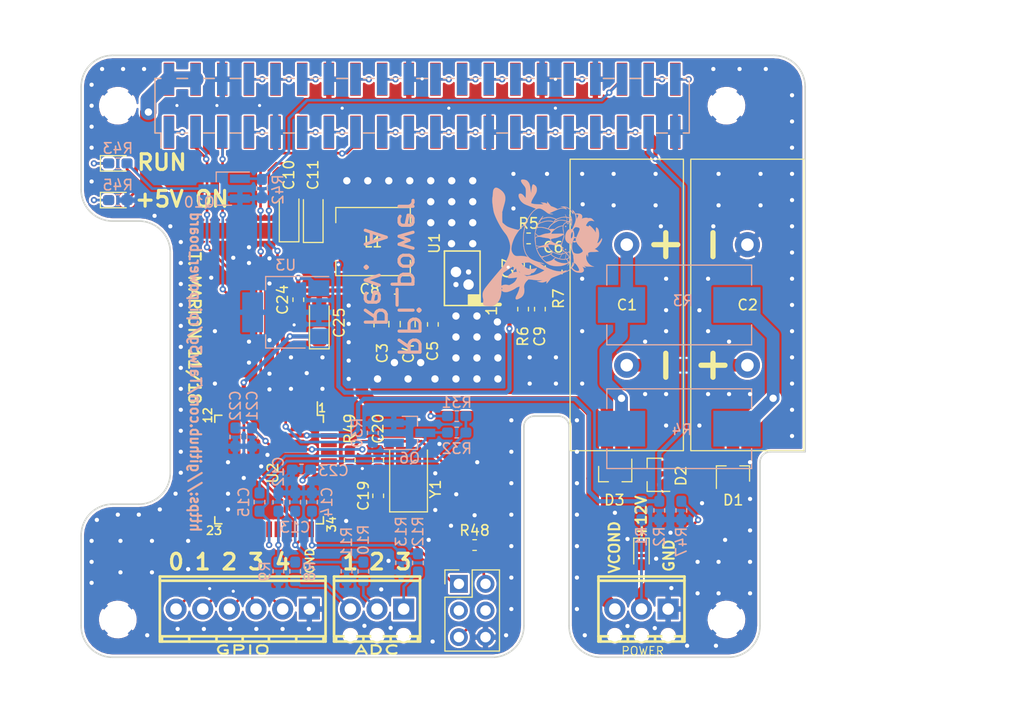
<source format=kicad_pcb>
(kicad_pcb (version 20171130) (host pcbnew "(5.0.1)-3")
  (layers (0 F.Cu signal) (31 B.Cu signal) (34 B.Paste user hide) (35 F.Paste user hide) (36 B.SilkS user) (37 F.SilkS user) (38 B.Mask user) (39 F.Mask user hide) (44 Edge.Cuts user))
  (net 0 "")
  (net 1 "Net-(C1-Pad1)")
  (net 2 "Net-(C1-Pad2)")
  (net 3 GND)
  (net 4 VCOND)
  (net 5 "Net-(C6-Pad1)")
  (net 6 "Net-(C7-Pad1)")
  (net 7 "Net-(C8-Pad1)")
  (net 8 "Net-(C8-Pad2)")
  (net 9 +5V)
  (net 10 "Net-(C9-Pad2)")
  (net 11 "Net-(C15-Pad2)")
  (net 12 ADC0)
  (net 13 "Net-(C19-Pad1)")
  (net 14 "Net-(C20-Pad1)")
  (net 15 VCC)
  (net 16 "Net-(C23-Pad1)")
  (net 17 ADC1)
  (net 18 ADC2)
  (net 19 ADC3)
  (net 20 "Net-(D1-Pad1)")
  (net 21 +12V)
  (net 22 "Net-(D10-Pad1)")
  (net 23 "Net-(D11-Pad1)")
  (net 24 "Net-(D12-Pad1)")
  (net 25 I2C_SDA)
  (net 26 I2C_SCL)
  (net 27 WATCHDOG)
  (net 28 LED_RUN)
  (net 29 POWER_STATE)
  (net 30 PDI_DATA)
  (net 31 PDI_CLK)
  (net 32 GPIO2)
  (net 33 GPIO0)
  (net 34 GPIO1)
  (net 35 GPIO3)
  (net 36 GPIO4)
  (net 37 VCOND_MEASURE)
  (net 38 "Net-(Q10-Pad3)")
  (net 39 "Net-(R5-Pad1)")
  (net 40 ENABLE)
  (net 41 40)
  (net 42 38)
  (net 43 35)
  (net 44 33)
  (net 45 32)
  (net 46 31)
  (net 47 29)
  (net 48 28)
  (net 49 27)
  (net 50 26)
  (net 51 24)
  (net 52 23)
  (net 53 22)
  (net 54 21)
  (net 55 19)
  (net 56 18)
  (net 57 16)
  (net 58 13)
  (net 59 12)
  (net 60 11)
  (net 61 10)
  (net 62 8)
  (net 63 7)
  (net 64 ADC3_IN)
  (net 65 ADC1_IN)
  (net 66 ADC2_IN)
  (net 67 17)
  (net 68 1)
  (net 69 "Net-(J7-Pad4)")
  (net 70 "Net-(J7-Pad3)")
  (net 71 "Net-(U2-Pad1)")
  (net 72 "Net-(U2-Pad2)")
  (net 73 "Net-(U2-Pad3)")
  (net 74 "Net-(U2-Pad12)")
  (net 75 "Net-(U2-Pad13)")
  (net 76 "Net-(U2-Pad14)")
  (net 77 "Net-(U2-Pad15)")
  (net 78 "Net-(U2-Pad16)")
  (net 79 "Net-(U2-Pad17)")
  (net 80 "Net-(U2-Pad20)")
  (net 81 "Net-(U2-Pad21)")
  (net 82 "Net-(U2-Pad22)")
  (net 83 "Net-(U2-Pad40)")
  (net 84 "Net-(U2-Pad41)")
  (net 85 "Net-(U2-Pad42)")
  (net 86 "Net-(U2-Pad43)")
  (net 87 "Net-(U2-Pad44)")
  (module Logos:taz (layer B.Cu) (at 160.4 84.1 90)
    (fp_text reference G*** hide)
    (fp_text value LOGO hide)
  )
  (module TexasInstruments:HTSSOP-14-PWP_Handsolder (layer F.Cu) (at 152.822036 87.455421 180)
    (fp_text reference U1 (at 2.652036 3.335421 270) (layer F.SilkS))
    (fp_text value TPS54625)
    (fp_text user 1 (at -2.8 -3.1 270) (layer F.SilkS))
    (pad 15 thru_hole circle (at -0.6 0.6 180) (size 0.8 0.8) (drill 0.5) (layers *.Cu *.Mask) (net 3 GND))
    (pad 15 thru_hole circle (at 0.6 -0.6 180) (size 0.8 0.8) (drill 0.5) (layers *.Cu *.Mask) (net 3 GND))
    (pad 15 thru_hole circle (at 0.6 0.6 180) (size 1.25 1.25) (drill 1) (layers *.Cu *.Mask) (net 3 GND))
    (pad 15 thru_hole circle (at -0.6 -0.6 180) (size 1.25 1.25) (drill 1) (layers *.Cu *.Mask) (net 3 GND))
    (pad 1 smd rect (at -2.8 -1.95 180) (size 1.55 0.25) (layers F.Cu F.Paste F.Mask) (net 9 +5V))
    (pad 15 smd rect (at 0 0 180) (size 3.4 7) (layers F.Cu) (net 3 GND))
    (pad 2 smd rect (at -2.8 -1.3 180) (size 1.55 0.25) (layers F.Cu F.Paste F.Mask) (net 10 "Net-(C9-Pad2)"))
    (pad 3 smd rect (at -2.8 -0.65 180) (size 1.55 0.25) (layers F.Cu F.Paste F.Mask) (net 5 "Net-(C6-Pad1)"))
    (pad 4 smd rect (at -2.8 0 180) (size 1.55 0.25) (layers F.Cu F.Paste F.Mask) (net 6 "Net-(C7-Pad1)"))
    (pad 5 smd rect (at -2.8 0.65 180) (size 1.55 0.25) (layers F.Cu F.Paste F.Mask) (net 3 GND))
    (pad 6 smd rect (at -2.8 1.3 180) (size 1.55 0.25) (layers F.Cu F.Paste F.Mask) (net 39 "Net-(R5-Pad1)"))
    (pad 7 smd rect (at -2.8 1.95 180) (size 1.55 0.25) (layers F.Cu F.Paste F.Mask) (net 40 ENABLE))
    (pad 8 smd rect (at 2.8 1.95 180) (size 1.55 0.25) (layers F.Cu F.Paste F.Mask) (net 3 GND))
    (pad 9 smd rect (at 2.8 1.3 180) (size 1.55 0.25) (layers F.Cu F.Paste F.Mask) (net 3 GND))
    (pad 10 smd rect (at 2.8 0.65 180) (size 1.55 0.25) (layers F.Cu F.Paste F.Mask) (net 8 "Net-(C8-Pad2)"))
    (pad 11 smd rect (at 2.8 0 180) (size 1.55 0.25) (layers F.Cu F.Paste F.Mask) (net 8 "Net-(C8-Pad2)"))
    (pad 12 smd rect (at 2.8 -0.65 180) (size 1.55 0.25) (layers F.Cu F.Paste F.Mask) (net 7 "Net-(C8-Pad1)"))
    (pad 13 smd rect (at 2.8 -1.3 180) (size 1.55 0.25) (layers F.Cu F.Paste F.Mask) (net 4 VCOND))
    (pad 14 smd rect (at 2.8 -1.95 180) (size 1.55 0.25) (layers F.Cu F.Paste F.Mask) (net 4 VCOND))
  )
  (module Connector_PinSocket_2.54mm:PinSocket_2x20_P2.54mm_Vertical_SMD (layer B.Cu) (at 149 71 270)
    (fp_text reference J2 hide)
    (fp_text value Raspberry_Pi_2_3)
    (pad 40 smd rect (at -2.52 -24.13 270) (size 3 1) (layers B.Cu B.Paste B.Mask) (net 41 40))
    (pad 39 smd rect (at 2.52 -24.13 270) (size 3 1) (layers B.Cu B.Paste B.Mask) (net 3 GND))
    (pad 38 smd rect (at -2.52 -21.59 270) (size 3 1) (layers B.Cu B.Paste B.Mask) (net 42 38))
    (pad 37 smd rect (at 2.52 -21.59 270) (size 3 1) (layers B.Cu B.Paste B.Mask) (net 29 POWER_STATE))
    (pad 36 smd rect (at -2.52 -19.05 270) (size 3 1) (layers B.Cu B.Paste B.Mask) (net 28 LED_RUN))
    (pad 35 smd rect (at 2.52 -19.05 270) (size 3 1) (layers B.Cu B.Paste B.Mask) (net 43 35))
    (pad 34 smd rect (at -2.52 -16.51 270) (size 3 1) (layers B.Cu B.Paste B.Mask) (net 3 GND))
    (pad 33 smd rect (at 2.52 -16.51 270) (size 3 1) (layers B.Cu B.Paste B.Mask) (net 44 33))
    (pad 32 smd rect (at -2.52 -13.97 270) (size 3 1) (layers B.Cu B.Paste B.Mask) (net 45 32))
    (pad 31 smd rect (at 2.52 -13.97 270) (size 3 1) (layers B.Cu B.Paste B.Mask) (net 46 31))
    (pad 30 smd rect (at -2.52 -11.43 270) (size 3 1) (layers B.Cu B.Paste B.Mask) (net 3 GND))
    (pad 29 smd rect (at 2.52 -11.43 270) (size 3 1) (layers B.Cu B.Paste B.Mask) (net 47 29))
    (pad 28 smd rect (at -2.52 -8.89 270) (size 3 1) (layers B.Cu B.Paste B.Mask) (net 48 28))
    (pad 27 smd rect (at 2.52 -8.89 270) (size 3 1) (layers B.Cu B.Paste B.Mask) (net 49 27))
    (pad 26 smd rect (at -2.52 -6.35 270) (size 3 1) (layers B.Cu B.Paste B.Mask) (net 50 26))
    (pad 25 smd rect (at 2.52 -6.35 270) (size 3 1) (layers B.Cu B.Paste B.Mask) (net 3 GND))
    (pad 24 smd rect (at -2.52 -3.81 270) (size 3 1) (layers B.Cu B.Paste B.Mask) (net 51 24))
    (pad 23 smd rect (at 2.52 -3.81 270) (size 3 1) (layers B.Cu B.Paste B.Mask) (net 52 23))
    (pad 22 smd rect (at -2.52 -1.27 270) (size 3 1) (layers B.Cu B.Paste B.Mask) (net 53 22))
    (pad 21 smd rect (at 2.52 -1.27 270) (size 3 1) (layers B.Cu B.Paste B.Mask) (net 54 21))
    (pad 20 smd rect (at -2.52 1.27 270) (size 3 1) (layers B.Cu B.Paste B.Mask) (net 3 GND))
    (pad 19 smd rect (at 2.52 1.27 270) (size 3 1) (layers B.Cu B.Paste B.Mask) (net 55 19))
    (pad 18 smd rect (at -2.52 3.81 270) (size 3 1) (layers B.Cu B.Paste B.Mask) (net 56 18))
    (pad 17 smd rect (at 2.52 3.81 270) (size 3 1) (layers B.Cu B.Paste B.Mask) (net 67 17))
    (pad 16 smd rect (at -2.52 6.35 270) (size 3 1) (layers B.Cu B.Paste B.Mask) (net 57 16))
    (pad 15 smd rect (at 2.52 6.35 270) (size 3 1) (layers B.Cu B.Paste B.Mask) (net 27 WATCHDOG))
    (pad 14 smd rect (at -2.52 8.89 270) (size 3 1) (layers B.Cu B.Paste B.Mask) (net 3 GND))
    (pad 13 smd rect (at 2.52 8.89 270) (size 3 1) (layers B.Cu B.Paste B.Mask) (net 58 13))
    (pad 12 smd rect (at -2.52 11.43 270) (size 3 1) (layers B.Cu B.Paste B.Mask) (net 59 12))
    (pad 11 smd rect (at 2.52 11.43 270) (size 3 1) (layers B.Cu B.Paste B.Mask) (net 60 11))
    (pad 10 smd rect (at -2.52 13.97 270) (size 3 1) (layers B.Cu B.Paste B.Mask) (net 61 10))
    (pad 9 smd rect (at 2.52 13.97 270) (size 3 1) (layers B.Cu B.Paste B.Mask) (net 3 GND))
    (pad 8 smd rect (at -2.52 16.51 270) (size 3 1) (layers B.Cu B.Paste B.Mask) (net 62 8))
    (pad 7 smd rect (at 2.52 16.51 270) (size 3 1) (layers B.Cu B.Paste B.Mask) (net 63 7))
    (pad 6 smd rect (at -2.52 19.05 270) (size 3 1) (layers B.Cu B.Paste B.Mask) (net 3 GND))
    (pad 5 smd rect (at 2.52 19.05 270) (size 3 1) (layers B.Cu B.Paste B.Mask) (net 26 I2C_SCL))
    (pad 4 smd rect (at -2.52 21.59 270) (size 3 1) (layers B.Cu B.Paste B.Mask) (net 9 +5V))
    (pad 3 smd rect (at 2.52 21.59 270) (size 3 1) (layers B.Cu B.Paste B.Mask) (net 25 I2C_SDA))
    (pad 2 smd rect (at -2.52 24.13 270) (size 3 1) (layers B.Cu B.Paste B.Mask) (net 9 +5V))
    (pad 1 smd rect (at 2.52 24.13 270) (size 3 1) (layers B.Cu B.Paste B.Mask) (net 68 1))
  )
  (module w_conn_mpt:mpt_0,5-6-2,54 (layer F.Cu) (at 131.9 119)
    (fp_text reference J9 hide)
    (fp_text value GPIO (at 0 3.9) (layer F.SilkS) (effects (font (size 0.8 1.5) (thickness 0.2))))
    (pad 6 thru_hole oval (at -6.35 0) (size 1.99898 1.99898) (drill 1.09728) (layers *.Cu *.Mask) (net 33 GPIO0))
    (pad 5 thru_hole oval (at -3.81 0) (size 1.99898 1.99898) (drill 1.09728) (layers *.Cu *.Mask) (net 34 GPIO1))
    (pad 3 thru_hole oval (at 1.27 0) (size 1.99898 1.99898) (drill 1.09728) (layers *.Cu *.Mask) (net 35 GPIO3))
    (pad 2 thru_hole oval (at 3.81 0) (size 1.99898 1.99898) (drill 1.09728) (layers *.Cu *.Mask) (net 36 GPIO4))
    (pad 1 thru_hole rect (at 6.35 0) (size 1.99898 1.99898) (drill 1.09728) (layers *.Cu *.Mask) (net 3 GND))
    (pad 4 thru_hole oval (at -1.27 0) (size 1.99898 1.99898) (drill 1.09728) (layers *.Cu *.Mask) (net 32 GPIO2))
  )
  (module w_conn_mpt:mpt_0,5-3-2,54 (layer F.Cu) (at 169.9 119)
    (fp_text reference J1 hide)
    (fp_text value POWER (at 0.122036 4.005421) (layer F.SilkS) (effects (font (size 0.8 0.8) (thickness 0.1))))
    (pad 2 thru_hole circle (at 0 0) (size 2 2) (drill 1.1) (layers *.Cu *.Mask) (net 21 +12V))
    (pad 1 thru_hole rect (at 2.54 0) (size 2 2) (drill 1.1) (layers *.Cu *.Mask) (net 3 GND))
    (pad 3 thru_hole circle (at -2.54 0) (size 2 2) (drill 1.1) (layers *.Cu *.Mask) (net 4 VCOND))
    (pad "" np_thru_hole circle (at -2.54 2.54) (size 1.1 1.1) (drill 1.1) (layers *.Cu *.Mask))
    (pad "" np_thru_hole circle (at 0 2.54) (size 1.1 1.1) (drill 1.1) (layers *.Cu *.Mask))
    (pad "" np_thru_hole circle (at 2.54 2.54) (size 1.1 1.1) (drill 1.1) (layers *.Cu *.Mask))
  )
  (module Capacitors:SCMR22J105SRBA0_vertical (layer F.Cu) (at 168.5 90 270)
    (fp_text reference C1 (at 0 -0.022036) (layer F.SilkS))
    (fp_text value "1F / 8.1V")
    (fp_text user - (at 5.75 -3.5 270) (layer F.SilkS) (effects (font (size 3 3) (thickness 0.5))))
    (fp_text user + (at -5.75 -3.5 270) (layer F.SilkS) (effects (font (size 3 3) (thickness 0.5))))
    (pad 2 thru_hole circle (at 5.75 0 270) (size 2.4 2.4) (drill 1.2) (layers *.Cu *.Mask) (net 2 "Net-(C1-Pad2)"))
    (pad 1 thru_hole circle (at -5.75 0 270) (size 2.4 2.4) (drill 1.2) (layers *.Cu *.Mask) (net 1 "Net-(C1-Pad1)"))
  )
  (module Capacitor_SMD:C_0603_1608Metric_Pad1.05x0.95mm_HandSolder (layer F.Cu) (at 144.812266 108.2 270)
    (fp_text reference C19 (at 0 1.412266 270) (layer F.SilkS))
    (fp_text value 15pF/100V)
    (pad 2 smd roundrect (at 0.875 0 270) (size 1.05 0.95) (layers F.Cu F.Paste F.Mask) (net 3 GND))
    (pad 1 smd roundrect (at -0.875 0 270) (size 1.05 0.95) (layers F.Cu F.Paste F.Mask) (net 13 "Net-(C19-Pad1)"))
  )
  (module Capacitor_SMD:C_0603_1608Metric_Pad1.05x0.95mm_HandSolder (layer F.Cu) (at 144.812266 104.762275 90)
    (fp_text reference C20 (at 2.962275 -0.012266 90) (layer F.SilkS))
    (fp_text value 15pF/100V)
    (pad 2 smd roundrect (at 0.875 0 90) (size 1.05 0.95) (layers F.Cu F.Paste F.Mask) (net 3 GND))
    (pad 1 smd roundrect (at -0.875 0 90) (size 1.05 0.95) (layers F.Cu F.Paste F.Mask) (net 14 "Net-(C20-Pad1)"))
  )
  (module Capacitor_SMD:C_0603_1608Metric_Pad1.05x0.95mm_HandSolder (layer F.Cu) (at 160.222036 90.4 90)
    (fp_text reference C9 (at -2.6 -0.022036 90) (layer F.SilkS))
    (fp_text value 10pF/50V)
    (pad 2 smd roundrect (at 0.875 0 90) (size 1.05 0.95) (layers F.Cu F.Paste F.Mask) (net 10 "Net-(C9-Pad2)"))
    (pad 1 smd roundrect (at -0.875 0 90) (size 1.05 0.95) (layers F.Cu F.Paste F.Mask) (net 9 +5V))
  )
  (module Capacitor_SMD:C_0805_2012Metric_Pad1.15x1.40mm_HandSolder (layer F.Cu) (at 147.622036 91.830421 270)
    (fp_text reference C4 (at 2.769579 -0.077964 270) (layer F.SilkS))
    (fp_text value 10uF/25V)
    (pad 2 smd roundrect (at 1.025 0 270) (size 1.15 1.4) (layers F.Cu F.Paste F.Mask) (roundrect_rratio 0.217391) (net 3 GND))
    (pad 1 smd roundrect (at -1.025 0 270) (size 1.15 1.4) (layers F.Cu F.Paste F.Mask) (roundrect_rratio 0.217391) (net 4 VCOND))
  )
  (module Capacitor_SMD:C_0805_2012Metric_Pad1.15x1.40mm_HandSolder (layer F.Cu) (at 160.022036 86.530421 90)
    (fp_text reference C6 (at 2.030421 1.477964 180) (layer F.SilkS))
    (fp_text value 1uF/25V)
    (pad 2 smd roundrect (at 1.025 0 90) (size 1.15 1.4) (layers F.Cu F.Paste F.Mask) (roundrect_rratio 0.217391) (net 3 GND))
    (pad 1 smd roundrect (at -1.025 0 90) (size 1.15 1.4) (layers F.Cu F.Paste F.Mask) (roundrect_rratio 0.217391) (net 5 "Net-(C6-Pad1)"))
  )
  (module Capacitor_SMD:C_0603_1608Metric_Pad1.05x0.95mm_HandSolder (layer F.Cu) (at 158.222036 86.155421 90)
    (fp_text reference C7 (at -0.364579 -1.052036 270) (layer F.SilkS))
    (fp_text value 8200pF/50V)
    (pad 2 smd roundrect (at 0.875 0 90) (size 1.05 0.95) (layers F.Cu F.Paste F.Mask) (net 3 GND))
    (pad 1 smd roundrect (at -0.875 0 90) (size 1.05 0.95) (layers F.Cu F.Paste F.Mask) (net 6 "Net-(C7-Pad1)"))
  )
  (module Capacitor_SMD:C_0805_2012Metric_Pad1.15x1.40mm_HandSolder (layer F.Cu) (at 145.122036 91.830421 270)
    (fp_text reference C3 (at 2.769579 -0.077964 270) (layer F.SilkS))
    (fp_text value 10uF/25V)
    (pad 2 smd roundrect (at 1.025 0 270) (size 1.15 1.4) (layers F.Cu F.Paste F.Mask) (roundrect_rratio 0.217391) (net 3 GND))
    (pad 1 smd roundrect (at -1.025 0 270) (size 1.15 1.4) (layers F.Cu F.Paste F.Mask) (roundrect_rratio 0.217391) (net 4 VCOND))
  )
  (module Capacitor_SMD:C_0603_1608Metric_Pad1.05x0.95mm_HandSolder (layer F.Cu) (at 150.022036 91.855421 270)
    (fp_text reference C5 (at 2.544579 0.022036 270) (layer F.SilkS))
    (fp_text value 0.1uF/50V)
    (pad 2 smd roundrect (at 0.875 0 270) (size 1.05 0.95) (layers F.Cu F.Paste F.Mask) (net 3 GND))
    (pad 1 smd roundrect (at -0.875 0 270) (size 1.05 0.95) (layers F.Cu F.Paste F.Mask) (net 4 VCOND))
  )
  (module Capacitor_SMD:C_0603_1608Metric_Pad1.05x0.95mm_HandSolder (layer F.Cu) (at 146.522036 88.455421 180)
    (fp_text reference C8 (at 2.522036 -0.044579 180) (layer F.SilkS))
    (fp_text value 0.1uF/50V)
    (pad 2 smd roundrect (at 0.875 0 180) (size 1.05 0.95) (layers F.Cu F.Paste F.Mask) (net 8 "Net-(C8-Pad2)"))
    (pad 1 smd roundrect (at -0.875 0 180) (size 1.05 0.95) (layers F.Cu F.Paste F.Mask) (net 7 "Net-(C8-Pad1)"))
  )
  (module Inductors:L_7.1x6.5_H3 (layer F.Cu) (at 144.322036 83.955421 180)
    (fp_text reference L1 (at 0 -0.044579 180) (layer F.SilkS))
    (fp_text value 1.5uH)
    (pad 2 smd rect (at 3.025 0 180) (size 2.35 3.4) (layers F.Cu F.Paste F.Mask) (net 9 +5V))
    (pad 1 smd rect (at -3.025 0 180) (size 2.35 3.4) (layers F.Cu F.Paste F.Mask) (net 8 "Net-(C8-Pad2)"))
  )
  (module Resistor_SMD:R_0603_1608Metric_Pad1.05x0.95mm_HandSolder (layer F.Cu) (at 158.622036 90.4 90)
    (fp_text reference R6 (at -2.6 -0.022036 90) (layer F.SilkS))
    (fp_text value "124k 1%")
    (pad 2 smd roundrect (at 0.875 0 90) (size 1.05 0.95) (layers F.Cu F.Paste F.Mask) (net 10 "Net-(C9-Pad2)"))
    (pad 1 smd roundrect (at -0.875 0 90) (size 1.05 0.95) (layers F.Cu F.Paste F.Mask) (net 9 +5V))
  )
  (module Resistor_SMD:R_0603_1608Metric_Pad1.05x0.95mm_HandSolder (layer F.Cu) (at 159.147036 83.655421)
    (fp_text reference R5 (at 0 -1.43) (layer F.SilkS))
    (fp_text value 100k)
    (pad 2 smd roundrect (at 0.875 0) (size 1.05 0.95) (layers F.Cu F.Paste F.Mask) (net 5 "Net-(C6-Pad1)"))
    (pad 1 smd roundrect (at -0.875 0) (size 1.05 0.95) (layers F.Cu F.Paste F.Mask) (net 39 "Net-(R5-Pad1)"))
  )
  (module Resistor_SMD:R_0603_1608Metric_Pad1.05x0.95mm_HandSolder (layer F.Cu) (at 161.822036 86.855421 90)
    (fp_text reference R7 (at -2.544579 0.177964 90) (layer F.SilkS))
    (fp_text value "22.1k 1%")
    (pad 2 smd roundrect (at 0.875 0 90) (size 1.05 0.95) (layers F.Cu F.Paste F.Mask) (net 3 GND))
    (pad 1 smd roundrect (at -0.875 0 90) (size 1.05 0.95) (layers F.Cu F.Paste F.Mask) (net 10 "Net-(C9-Pad2)"))
  )
  (module Diode_SMD:D_SOT-23_ANK (layer F.Cu) (at 167.4 106.1 270)
    (fp_text reference D3 (at 2.505421 0.077964) (layer F.SilkS))
    (fp_text value SBR160S23-7)
    (pad 1 smd rect (at 1 0 270) (size 0.9 0.8) (layers F.Cu F.Paste F.Mask) (net 4 VCOND))
    (pad "" smd rect (at -1 0.95 270) (size 0.9 0.8) (layers F.Cu F.Paste F.Mask))
    (pad 2 smd rect (at -1 -0.95 270) (size 0.9 0.8) (layers F.Cu F.Paste F.Mask) (net 1 "Net-(C1-Pad1)"))
  )
  (module Capacitors:SCMR22J105SRBA0_vertical (layer F.Cu) (at 180 90 90)
    (fp_text reference C2 (at 0 0.022036 180) (layer F.SilkS))
    (fp_text value "1F / 8.1V")
    (fp_text user - (at 5.75 -3.5 90) (layer F.SilkS) (effects (font (size 3 3) (thickness 0.5))))
    (fp_text user + (at -5.75 -3.5 90) (layer F.SilkS) (effects (font (size 3 3) (thickness 0.5))))
    (pad 2 thru_hole circle (at 5.75 0 90) (size 2.4 2.4) (drill 1.2) (layers *.Cu *.Mask) (net 3 GND))
    (pad 1 thru_hole circle (at -5.75 0 90) (size 2.4 2.4) (drill 1.2) (layers *.Cu *.Mask) (net 2 "Net-(C1-Pad2)"))
  )
  (module Resistors_custom:TE_SM5 (layer B.Cu) (at 173.5 101.8)
    (fp_text reference R4 (at 0.26 0.1) (layer B.SilkS) (effects (justify mirror)))
    (fp_text value 30)
    (pad 2 smd rect (at 5.5 0) (size 4.5 3.4) (layers B.Cu B.Paste B.Mask) (net 20 "Net-(D1-Pad1)"))
    (pad 1 smd rect (at -5.5 0) (size 4.5 3.4) (layers B.Cu B.Paste B.Mask) (net 1 "Net-(C1-Pad1)"))
  )
  (module Resistors_custom:TE_SM5 (layer B.Cu) (at 173.5 90)
    (fp_text reference R3 (at 0.36 -0.4) (layer B.SilkS) (effects (justify mirror)))
    (fp_text value 30)
    (pad 2 smd rect (at 5.5 0) (size 4.5 3.4) (layers B.Cu B.Paste B.Mask) (net 20 "Net-(D1-Pad1)"))
    (pad 1 smd rect (at -5.5 0) (size 4.5 3.4) (layers B.Cu B.Paste B.Mask) (net 1 "Net-(C1-Pad1)"))
  )
  (module Capacitor_SMD:C_0603_1608Metric_Pad1.05x0.95mm_HandSolder (layer B.Cu) (at 133.5 108.8 90)
    (fp_text reference C15 (at 0 -1.5 90) (layer B.SilkS) (effects (justify mirror)))
    (fp_text value 0.1uF/50V)
    (pad 2 smd roundrect (at 0.875 0 90) (size 1.05 0.95) (layers B.Cu B.Paste B.Mask) (net 11 "Net-(C15-Pad2)"))
    (pad 1 smd roundrect (at -0.875 0 90) (size 1.05 0.95) (layers B.Cu B.Paste B.Mask) (net 12 ADC0))
  )
  (module Capacitor_SMD:C_0603_1608Metric_Pad1.05x0.95mm_HandSolder (layer B.Cu) (at 132.8 102.6 270)
    (fp_text reference C21 (at -3 0 270) (layer B.SilkS) (effects (justify mirror)))
    (fp_text value 0.1uF/50V)
    (pad 2 smd roundrect (at 0.875 0 270) (size 1.05 0.95) (layers B.Cu B.Paste B.Mask) (net 3 GND))
    (pad 1 smd roundrect (at -0.875 0 270) (size 1.05 0.95) (layers B.Cu B.Paste B.Mask) (net 15 VCC))
  )
  (module Capacitor_SMD:C_0603_1608Metric_Pad1.05x0.95mm_HandSolder (layer B.Cu) (at 131.2 102.6 270)
    (fp_text reference C22 (at -3 0 270) (layer B.SilkS) (effects (justify mirror)))
    (fp_text value 0.1uF/50V)
    (pad 2 smd roundrect (at 0.875 0 270) (size 1.05 0.95) (layers B.Cu B.Paste B.Mask) (net 3 GND))
    (pad 1 smd roundrect (at -0.875 0 270) (size 1.05 0.95) (layers B.Cu B.Paste B.Mask) (net 15 VCC))
  )
  (module Capacitor_SMD:C_0603_1608Metric_Pad1.05x0.95mm_HandSolder (layer B.Cu) (at 137.5 105.7 180)
    (fp_text reference C23 (at -3.06 -0.1 180) (layer B.SilkS) (effects (justify mirror)))
    (fp_text value 0.1uF/50V)
    (pad 2 smd roundrect (at 0.875 0 180) (size 1.05 0.95) (layers B.Cu B.Paste B.Mask) (net 3 GND))
    (pad 1 smd roundrect (at -0.875 0 180) (size 1.05 0.95) (layers B.Cu B.Paste B.Mask) (net 16 "Net-(C23-Pad1)"))
  )
  (module Capacitor_SMD:C_0603_1608Metric_Pad1.05x0.95mm_HandSolder (layer F.Cu) (at 137.2 89.5 270)
    (fp_text reference C24 (at 0 1.5 270) (layer F.SilkS))
    (fp_text value 0.1uF/50V)
    (pad 2 smd roundrect (at 0.875 0 270) (size 1.05 0.95) (layers F.Cu F.Paste F.Mask) (net 3 GND))
    (pad 1 smd roundrect (at -0.875 0 270) (size 1.05 0.95) (layers F.Cu F.Paste F.Mask) (net 4 VCOND))
  )
  (module Diode_SMD:D_SOT-23_ANK (layer F.Cu) (at 178.622036 106.105421 90)
    (fp_text reference D1 (at -2.505421 0.022036 180) (layer F.SilkS))
    (fp_text value SBR160S23-7)
    (pad 1 smd rect (at 1 0 90) (size 0.9 0.8) (layers F.Cu F.Paste F.Mask) (net 20 "Net-(D1-Pad1)"))
    (pad "" smd rect (at -1 0.95 90) (size 0.9 0.8) (layers F.Cu F.Paste F.Mask))
    (pad 2 smd rect (at -1 -0.95 90) (size 0.9 0.8) (layers F.Cu F.Paste F.Mask) (net 21 +12V))
  )
  (module Diode_SMD:D_SOT-23_ANK (layer F.Cu) (at 171.2 106.2 180)
    (fp_text reference D2 (at -2.472036 -0.105421 270) (layer F.SilkS))
    (fp_text value SBR160S23-7)
    (pad 1 smd rect (at 1 0 180) (size 0.9 0.8) (layers F.Cu F.Paste F.Mask) (net 4 VCOND))
    (pad "" smd rect (at -1 0.95 180) (size 0.9 0.8) (layers F.Cu F.Paste F.Mask))
    (pad 2 smd rect (at -1 -0.95 180) (size 0.9 0.8) (layers F.Cu F.Paste F.Mask) (net 21 +12V))
  )
  (module LED_SMD:LED_0603_1608Metric_Pad1.05x0.95mm_HandSolder (layer F.Cu) (at 120 76.5)
    (fp_text reference D10 hide)
    (fp_text value LED_BLUE)
    (pad 2 smd roundrect (at 0.875 0) (size 1.05 0.95) (layers F.Cu F.Paste F.Mask) (net 9 +5V))
    (pad 1 smd roundrect (at -0.875 0) (size 1.05 0.95) (layers F.Cu F.Paste F.Mask) (net 22 "Net-(D10-Pad1)"))
  )
  (module LED_SMD:LED_0603_1608Metric_Pad1.05x0.95mm_HandSolder (layer F.Cu) (at 120 80)
    (fp_text reference D11 hide)
    (fp_text value LED_ORANGE)
    (pad 2 smd roundrect (at 0.875 0) (size 1.05 0.95) (layers F.Cu F.Paste F.Mask) (net 9 +5V))
    (pad 1 smd roundrect (at -0.875 0) (size 1.05 0.95) (layers F.Cu F.Paste F.Mask) (net 23 "Net-(D11-Pad1)"))
  )
  (module LED_SMD:LED_0603_1608Metric_Pad1.05x0.95mm_HandSolder (layer F.Cu) (at 169.9 113.9 270)
    (fp_text reference D12 hide)
    (fp_text value LED_RED)
    (pad 2 smd roundrect (at 0.875 0 270) (size 1.05 0.95) (layers F.Cu F.Paste F.Mask) (net 21 +12V))
    (pad 1 smd roundrect (at -0.875 0 270) (size 1.05 0.95) (layers F.Cu F.Paste F.Mask) (net 24 "Net-(D12-Pad1)"))
  )
  (module w_conn_mpt:mpt_0,5-3-2,54 (layer F.Cu) (at 144.7 119)
    (fp_text reference J4 hide)
    (fp_text value ADC (at 0 3.9) (layer F.SilkS) (effects (font (size 0.8 1.5) (thickness 0.2))))
    (pad 2 thru_hole circle (at 0 0) (size 2 2) (drill 1.1) (layers *.Cu *.Mask) (net 66 ADC2_IN))
    (pad 1 thru_hole rect (at 2.54 0) (size 2 2) (drill 1.1) (layers *.Cu *.Mask) (net 64 ADC3_IN))
    (pad 3 thru_hole circle (at -2.54 0) (size 2 2) (drill 1.1) (layers *.Cu *.Mask) (net 65 ADC1_IN))
    (pad "" np_thru_hole circle (at -2.54 2.54) (size 1.1 1.1) (drill 1.1) (layers *.Cu *.Mask))
    (pad "" np_thru_hole circle (at 0 2.54) (size 1.1 1.1) (drill 1.1) (layers *.Cu *.Mask))
    (pad "" np_thru_hole circle (at 2.54 2.54) (size 1.1 1.1) (drill 1.1) (layers *.Cu *.Mask))
  )
  (module Connector_PinHeader_2.54mm:PinHeader_2x03_P2.54mm_Vertical (layer F.Cu) (at 152.5 116.6)
    (fp_text reference J7 hide)
    (fp_text value PROG)
    (pad 6 thru_hole oval (at 2.54 5.08) (size 1.7 1.7) (drill 1) (layers *.Cu *.Mask) (net 3 GND))
    (pad 5 thru_hole oval (at 0 5.08) (size 1.7 1.7) (drill 1) (layers *.Cu *.Mask) (net 31 PDI_CLK))
    (pad 4 thru_hole oval (at 2.54 2.54) (size 1.7 1.7) (drill 1) (layers *.Cu *.Mask) (net 69 "Net-(J7-Pad4)"))
    (pad 3 thru_hole oval (at 0 2.54) (size 1.7 1.7) (drill 1) (layers *.Cu *.Mask) (net 70 "Net-(J7-Pad3)"))
    (pad 2 thru_hole oval (at 2.54 0) (size 1.7 1.7) (drill 1) (layers *.Cu *.Mask) (net 15 VCC))
    (pad 1 thru_hole rect (at 0 0) (size 1.7 1.7) (drill 1) (layers *.Cu *.Mask) (net 30 PDI_DATA))
  )
  (module Package_TO_SOT_SMD:SOT-23_Handsoldering (layer B.Cu) (at 147.8 102.2)
    (fp_text reference Q6 (at 0 2.4) (layer B.SilkS) (effects (justify mirror)))
    (fp_text value IRLML6344TRPBF)
    (pad 3 smd rect (at 1.5 0) (size 1.9 0.8) (layers B.Cu B.Paste B.Mask) (net 11 "Net-(C15-Pad2)"))
    (pad 2 smd rect (at -1.5 -0.95) (size 1.9 0.8) (layers B.Cu B.Paste B.Mask) (net 3 GND))
    (pad 1 smd rect (at -1.5 0.95) (size 1.9 0.8) (layers B.Cu B.Paste B.Mask) (net 37 VCOND_MEASURE))
  )
  (module Package_TO_SOT_SMD:SOT-23_Handsoldering (layer B.Cu) (at 130.136302 78.905168 180)
    (fp_text reference Q10 (at 2.376302 -1.294832 180) (layer B.SilkS) (effects (justify mirror)))
    (fp_text value IRLML6344TRPBF)
    (pad 3 smd rect (at 1.5 0 180) (size 1.9 0.8) (layers B.Cu B.Paste B.Mask) (net 38 "Net-(Q10-Pad3)"))
    (pad 2 smd rect (at -1.5 -0.95 180) (size 1.9 0.8) (layers B.Cu B.Paste B.Mask) (net 3 GND))
    (pad 1 smd rect (at -1.5 0.95 180) (size 1.9 0.8) (layers B.Cu B.Paste B.Mask) (net 28 LED_RUN))
  )
  (module Resistor_SMD:R_0603_1608Metric_Pad1.05x0.95mm_HandSolder (layer B.Cu) (at 169.9 109.6 90)
    (fp_text reference R1 (at -2.5 0 90) (layer B.SilkS) (effects (justify mirror)))
    (fp_text value 100k)
    (pad 2 smd roundrect (at 0.875 0 90) (size 1.05 0.95) (layers B.Cu B.Paste B.Mask) (net 29 POWER_STATE))
    (pad 1 smd roundrect (at -0.875 0 90) (size 1.05 0.95) (layers B.Cu B.Paste B.Mask) (net 21 +12V))
  )
  (module Resistor_SMD:R_0603_1608Metric_Pad1.05x0.95mm_HandSolder (layer B.Cu) (at 171.6 109.6 270)
    (fp_text reference R2 (at 2.5 0 270) (layer B.SilkS) (effects (justify mirror)))
    (fp_text value 22.1k)
    (pad 2 smd roundrect (at 0.875 0 270) (size 1.05 0.95) (layers B.Cu B.Paste B.Mask) (net 3 GND))
    (pad 1 smd roundrect (at -0.875 0 270) (size 1.05 0.95) (layers B.Cu B.Paste B.Mask) (net 29 POWER_STATE))
  )
  (module Resistor_SMD:R_0603_1608Metric_Pad1.05x0.95mm_HandSolder (layer B.Cu) (at 136.9 115.4 90)
    (fp_text reference R8 (at 0 1.4 90) (layer B.SilkS) (effects (justify mirror)))
    (fp_text value UNKN)
    (pad 2 smd roundrect (at 0.875 0 90) (size 1.05 0.95) (layers B.Cu B.Paste B.Mask) (net 17 ADC1))
    (pad 1 smd roundrect (at -0.875 0 90) (size 1.05 0.95) (layers B.Cu B.Paste B.Mask) (net 65 ADC1_IN))
  )
  (module Resistor_SMD:R_0603_1608Metric_Pad1.05x0.95mm_HandSolder (layer B.Cu) (at 135.3 115.4 270)
    (fp_text reference R9 (at 0 1.3 270) (layer B.SilkS) (effects (justify mirror)))
    (fp_text value UNKN)
    (pad 2 smd roundrect (at 0.875 0 270) (size 1.05 0.95) (layers B.Cu B.Paste B.Mask) (net 3 GND))
    (pad 1 smd roundrect (at -0.875 0 270) (size 1.05 0.95) (layers B.Cu B.Paste B.Mask) (net 17 ADC1))
  )
  (module Resistor_SMD:R_0603_1608Metric_Pad1.05x0.95mm_HandSolder (layer B.Cu) (at 143.4 115.4 90)
    (fp_text reference R10 (at 3 0 90) (layer B.SilkS) (effects (justify mirror)))
    (fp_text value UNKN)
    (pad 2 smd roundrect (at 0.875 0 90) (size 1.05 0.95) (layers B.Cu B.Paste B.Mask) (net 18 ADC2))
    (pad 1 smd roundrect (at -0.875 0 90) (size 1.05 0.95) (layers B.Cu B.Paste B.Mask) (net 66 ADC2_IN))
  )
  (module Resistor_SMD:R_0603_1608Metric_Pad1.05x0.95mm_HandSolder (layer B.Cu) (at 141.8 115.4 270)
    (fp_text reference R11 (at -2.8 0 270) (layer B.SilkS) (effects (justify mirror)))
    (fp_text value UNKN)
    (pad 2 smd roundrect (at 0.875 0 270) (size 1.05 0.95) (layers B.Cu B.Paste B.Mask) (net 3 GND))
    (pad 1 smd roundrect (at -0.875 0 270) (size 1.05 0.95) (layers B.Cu B.Paste B.Mask) (net 18 ADC2))
  )
  (module Resistor_SMD:R_0603_1608Metric_Pad1.05x0.95mm_HandSolder (layer B.Cu) (at 148.6 114.6 90)
    (fp_text reference R12 (at 3 0 90) (layer B.SilkS) (effects (justify mirror)))
    (fp_text value UNKN)
    (pad 2 smd roundrect (at 0.875 0 90) (size 1.05 0.95) (layers B.Cu B.Paste B.Mask) (net 19 ADC3))
    (pad 1 smd roundrect (at -0.875 0 90) (size 1.05 0.95) (layers B.Cu B.Paste B.Mask) (net 64 ADC3_IN))
  )
  (module Resistor_SMD:R_0603_1608Metric_Pad1.05x0.95mm_HandSolder (layer B.Cu) (at 147 114.6 270)
    (fp_text reference R13 (at -3 0 270) (layer B.SilkS) (effects (justify mirror)))
    (fp_text value UNKN)
    (pad 2 smd roundrect (at 0.875 0 270) (size 1.05 0.95) (layers B.Cu B.Paste B.Mask) (net 3 GND))
    (pad 1 smd roundrect (at -0.875 0 270) (size 1.05 0.95) (layers B.Cu B.Paste B.Mask) (net 19 ADC3))
  )
  (module Resistor_SMD:R_0603_1608Metric_Pad1.05x0.95mm_HandSolder (layer B.Cu) (at 144.3 102.2 90)
    (fp_text reference R30 (at 0 -1.5 90) (layer B.SilkS) (effects (justify mirror)))
    (fp_text value 10k)
    (pad 2 smd roundrect (at 0.875 0 90) (size 1.05 0.95) (layers B.Cu B.Paste B.Mask) (net 3 GND))
    (pad 1 smd roundrect (at -0.875 0 90) (size 1.05 0.95) (layers B.Cu B.Paste B.Mask) (net 37 VCOND_MEASURE))
  )
  (module Resistor_SMD:R_0603_1608Metric_Pad1.05x0.95mm_HandSolder (layer B.Cu) (at 152.293736 100.6)
    (fp_text reference R31 (at 0 -1.3) (layer B.SilkS) (effects (justify mirror)))
    (fp_text value 100k)
    (pad 2 smd roundrect (at 0.875 0) (size 1.05 0.95) (layers B.Cu B.Paste B.Mask) (net 12 ADC0))
    (pad 1 smd roundrect (at -0.875 0) (size 1.05 0.95) (layers B.Cu B.Paste B.Mask) (net 4 VCOND))
  )
  (module Resistor_SMD:R_0603_1608Metric_Pad1.05x0.95mm_HandSolder (layer B.Cu) (at 152.293736 102.167131 180)
    (fp_text reference R32 (at 0 -1.532869 180) (layer B.SilkS) (effects (justify mirror)))
    (fp_text value 51k)
    (pad 2 smd roundrect (at 0.875 0 180) (size 1.05 0.95) (layers B.Cu B.Paste B.Mask) (net 11 "Net-(C15-Pad2)"))
    (pad 1 smd roundrect (at -0.875 0 180) (size 1.05 0.95) (layers B.Cu B.Paste B.Mask) (net 12 ADC0))
  )
  (module Resistor_SMD:R_0603_1608Metric_Pad1.05x0.95mm_HandSolder (layer B.Cu) (at 133.736302 78.905168 270)
    (fp_text reference R42 (at 0.094832 -1.523698 270) (layer B.SilkS) (effects (justify mirror)))
    (fp_text value 10k)
    (pad 2 smd roundrect (at 0.875 0 270) (size 1.05 0.95) (layers B.Cu B.Paste B.Mask) (net 3 GND))
    (pad 1 smd roundrect (at -0.875 0 270) (size 1.05 0.95) (layers B.Cu B.Paste B.Mask) (net 28 LED_RUN))
  )
  (module Resistor_SMD:R_0603_1608Metric_Pad1.05x0.95mm_HandSolder (layer B.Cu) (at 120 76.5 180)
    (fp_text reference R43 (at 0 1.43 180) (layer B.SilkS) (effects (justify mirror)))
    (fp_text value 1k)
    (pad 2 smd roundrect (at 0.875 0 180) (size 1.05 0.95) (layers B.Cu B.Paste B.Mask) (net 22 "Net-(D10-Pad1)"))
    (pad 1 smd roundrect (at -0.875 0 180) (size 1.05 0.95) (layers B.Cu B.Paste B.Mask) (net 38 "Net-(Q10-Pad3)"))
  )
  (module Resistor_SMD:R_0603_1608Metric_Pad1.05x0.95mm_HandSolder (layer B.Cu) (at 120 80 180)
    (fp_text reference R45 (at 0 1.43 180) (layer B.SilkS) (effects (justify mirror)))
    (fp_text value 1k)
    (pad 2 smd roundrect (at 0.875 0 180) (size 1.05 0.95) (layers B.Cu B.Paste B.Mask) (net 23 "Net-(D11-Pad1)"))
    (pad 1 smd roundrect (at -0.875 0 180) (size 1.05 0.95) (layers B.Cu B.Paste B.Mask) (net 3 GND))
  )
  (module Resistor_SMD:R_0603_1608Metric_Pad1.05x0.95mm_HandSolder (layer B.Cu) (at 173.7 109.6 90)
    (fp_text reference R47 (at -3 0 90) (layer B.SilkS) (effects (justify mirror)))
    (fp_text value 4.7k)
    (pad 2 smd roundrect (at 0.875 0 90) (size 1.05 0.95) (layers B.Cu B.Paste B.Mask) (net 24 "Net-(D12-Pad1)"))
    (pad 1 smd roundrect (at -0.875 0 90) (size 1.05 0.95) (layers B.Cu B.Paste B.Mask) (net 3 GND))
  )
  (module Resistor_SMD:R_0603_1608Metric_Pad1.05x0.95mm_HandSolder (layer F.Cu) (at 154 112.9 180)
    (fp_text reference R48 (at 0 1.394579 180) (layer F.SilkS))
    (fp_text value 10k)
    (pad 2 smd roundrect (at 0.875 0 180) (size 1.05 0.95) (layers F.Cu F.Paste F.Mask) (net 31 PDI_CLK))
    (pad 1 smd roundrect (at -0.875 0 180) (size 1.05 0.95) (layers F.Cu F.Paste F.Mask) (net 15 VCC))
  )
  (module Resistor_SMD:R_0603_1608Metric_Pad1.05x0.95mm_HandSolder (layer F.Cu) (at 142.1 104.8 270)
    (fp_text reference R49 (at -3 0 270) (layer F.SilkS))
    (fp_text value 255)
    (pad 2 smd roundrect (at 0.875 0 270) (size 1.05 0.95) (layers F.Cu F.Paste F.Mask) (net 16 "Net-(C23-Pad1)"))
    (pad 1 smd roundrect (at -0.875 0 270) (size 1.05 0.95) (layers F.Cu F.Paste F.Mask) (net 15 VCC))
  )
  (module Package_QFP:TQFP-44_10x10mm_P0.8mm (layer F.Cu) (at 134.415918 105.69574 270)
    (fp_text reference U2 (at 0.33626 -0.360082 270) (layer F.SilkS))
    (fp_text value ATxmega16A4U-AU)
    (pad 44 smd rect (at -4 -5.7) (size 1.5 0.55) (layers F.Cu F.Paste F.Mask) (net 87 "Net-(U2-Pad44)"))
    (pad 43 smd rect (at -3.2 -5.7) (size 1.5 0.55) (layers F.Cu F.Paste F.Mask) (net 86 "Net-(U2-Pad43)"))
    (pad 42 smd rect (at -2.4 -5.7) (size 1.5 0.55) (layers F.Cu F.Paste F.Mask) (net 85 "Net-(U2-Pad42)"))
    (pad 41 smd rect (at -1.6 -5.7) (size 1.5 0.55) (layers F.Cu F.Paste F.Mask) (net 84 "Net-(U2-Pad41)"))
    (pad 40 smd rect (at -0.8 -5.7) (size 1.5 0.55) (layers F.Cu F.Paste F.Mask) (net 83 "Net-(U2-Pad40)"))
    (pad 39 smd rect (at 0 -5.7) (size 1.5 0.55) (layers F.Cu F.Paste F.Mask) (net 16 "Net-(C23-Pad1)"))
    (pad 38 smd rect (at 0.8 -5.7) (size 1.5 0.55) (layers F.Cu F.Paste F.Mask) (net 3 GND))
    (pad 37 smd rect (at 1.6 -5.7) (size 1.5 0.55) (layers F.Cu F.Paste F.Mask) (net 14 "Net-(C20-Pad1)"))
    (pad 36 smd rect (at 2.4 -5.7) (size 1.5 0.55) (layers F.Cu F.Paste F.Mask) (net 13 "Net-(C19-Pad1)"))
    (pad 35 smd rect (at 3.2 -5.7) (size 1.5 0.55) (layers F.Cu F.Paste F.Mask) (net 31 PDI_CLK))
    (pad 34 smd rect (at 4 -5.7) (size 1.5 0.55) (layers F.Cu F.Paste F.Mask) (net 30 PDI_DATA))
    (pad 33 smd rect (at 5.7 -4 270) (size 1.5 0.55) (layers F.Cu F.Paste F.Mask) (net 19 ADC3))
    (pad 32 smd rect (at 5.7 -3.2 270) (size 1.5 0.55) (layers F.Cu F.Paste F.Mask) (net 18 ADC2))
    (pad 31 smd rect (at 5.7 -2.4 270) (size 1.5 0.55) (layers F.Cu F.Paste F.Mask) (net 15 VCC))
    (pad 30 smd rect (at 5.7 -1.6 270) (size 1.5 0.55) (layers F.Cu F.Paste F.Mask) (net 3 GND))
    (pad 29 smd rect (at 5.7 -0.8 270) (size 1.5 0.55) (layers F.Cu F.Paste F.Mask) (net 17 ADC1))
    (pad 28 smd rect (at 5.7 0 270) (size 1.5 0.55) (layers F.Cu F.Paste F.Mask) (net 12 ADC0))
    (pad 27 smd rect (at 5.7 0.8 270) (size 1.5 0.55) (layers F.Cu F.Paste F.Mask) (net 36 GPIO4))
    (pad 26 smd rect (at 5.7 1.6 270) (size 1.5 0.55) (layers F.Cu F.Paste F.Mask) (net 35 GPIO3))
    (pad 25 smd rect (at 5.7 2.4 270) (size 1.5 0.55) (layers F.Cu F.Paste F.Mask) (net 32 GPIO2))
    (pad 24 smd rect (at 5.7 3.2 270) (size 1.5 0.55) (layers F.Cu F.Paste F.Mask) (net 34 GPIO1))
    (pad 23 smd rect (at 5.7 4 270) (size 1.5 0.55) (layers F.Cu F.Paste F.Mask) (net 33 GPIO0))
    (pad 22 smd rect (at 4 5.7) (size 1.5 0.55) (layers F.Cu F.Paste F.Mask) (net 82 "Net-(U2-Pad22)"))
    (pad 21 smd rect (at 3.2 5.7) (size 1.5 0.55) (layers F.Cu F.Paste F.Mask) (net 81 "Net-(U2-Pad21)"))
    (pad 20 smd rect (at 2.4 5.7) (size 1.5 0.55) (layers F.Cu F.Paste F.Mask) (net 80 "Net-(U2-Pad20)"))
    (pad 19 smd rect (at 1.6 5.7) (size 1.5 0.55) (layers F.Cu F.Paste F.Mask) (net 15 VCC))
    (pad 18 smd rect (at 0.8 5.7) (size 1.5 0.55) (layers F.Cu F.Paste F.Mask) (net 3 GND))
    (pad 17 smd rect (at 0 5.7) (size 1.5 0.55) (layers F.Cu F.Paste F.Mask) (net 79 "Net-(U2-Pad17)"))
    (pad 16 smd rect (at -0.8 5.7) (size 1.5 0.55) (layers F.Cu F.Paste F.Mask) (net 78 "Net-(U2-Pad16)"))
    (pad 15 smd rect (at -1.6 5.7) (size 1.5 0.55) (layers F.Cu F.Paste F.Mask) (net 77 "Net-(U2-Pad15)"))
    (pad 14 smd rect (at -2.4 5.7) (size 1.5 0.55) (layers F.Cu F.Paste F.Mask) (net 76 "Net-(U2-Pad14)"))
    (pad 13 smd rect (at -3.2 5.7) (size 1.5 0.55) (layers F.Cu F.Paste F.Mask) (net 75 "Net-(U2-Pad13)"))
    (pad 12 smd rect (at -4 5.7) (size 1.5 0.55) (layers F.Cu F.Paste F.Mask) (net 74 "Net-(U2-Pad12)"))
    (pad 11 smd rect (at -5.7 4 270) (size 1.5 0.55) (layers F.Cu F.Paste F.Mask) (net 26 I2C_SCL))
    (pad 10 smd rect (at -5.7 3.2 270) (size 1.5 0.55) (layers F.Cu F.Paste F.Mask) (net 25 I2C_SDA))
    (pad 9 smd rect (at -5.7 2.4 270) (size 1.5 0.55) (layers F.Cu F.Paste F.Mask) (net 15 VCC))
    (pad 8 smd rect (at -5.7 1.6 270) (size 1.5 0.55) (layers F.Cu F.Paste F.Mask) (net 3 GND))
    (pad 7 smd rect (at -5.7 0.8 270) (size 1.5 0.55) (layers F.Cu F.Paste F.Mask) (net 27 WATCHDOG))
    (pad 6 smd rect (at -5.7 0 270) (size 1.5 0.55) (layers F.Cu F.Paste F.Mask) (net 29 POWER_STATE))
    (pad 5 smd rect (at -5.7 -0.8 270) (size 1.5 0.55) (layers F.Cu F.Paste F.Mask) (net 40 ENABLE))
    (pad 4 smd rect (at -5.7 -1.6 270) (size 1.5 0.55) (layers F.Cu F.Paste F.Mask) (net 37 VCOND_MEASURE))
    (pad 3 smd rect (at -5.7 -2.4 270) (size 1.5 0.55) (layers F.Cu F.Paste F.Mask) (net 73 "Net-(U2-Pad3)"))
    (pad 2 smd rect (at -5.7 -3.2 270) (size 1.5 0.55) (layers F.Cu F.Paste F.Mask) (net 72 "Net-(U2-Pad2)"))
    (pad 1 smd rect (at -5.7 -4 270) (size 1.5 0.55) (layers F.Cu F.Paste F.Mask) (net 71 "Net-(U2-Pad1)"))
  )
  (module Package_TO_SOT_SMD:SOT-223 (layer B.Cu) (at 136 90.7 180)
    (fp_text reference U3 (at 0 4.5 180) (layer B.SilkS) (effects (justify mirror)))
    (fp_text value LM2936-3.3)
    (pad 1 smd rect (at -3.15 2.3 180) (size 2 1.5) (layers B.Cu B.Paste B.Mask) (net 4 VCOND))
    (pad 3 smd rect (at -3.15 -2.3 180) (size 2 1.5) (layers B.Cu B.Paste B.Mask) (net 15 VCC))
    (pad 2 smd rect (at -3.15 0 180) (size 2 1.5) (layers B.Cu B.Paste B.Mask) (net 3 GND))
    (pad 4 smd rect (at 3.15 0 180) (size 2 3.8) (layers B.Cu B.Paste B.Mask) (net 3 GND))
  )
  (module MountingHole:MountingHole_3.2mm_M3_DIN965 (layer F.Cu) (at 120 120)
    (fp_text reference MH1 hide)
    (fp_text value MountingHole_Pad)
    (pad 1 np_thru_hole circle (at 0 0) (size 3.2 3.2) (drill 3.2) (layers *.Cu *.Mask) (net 3 GND))
  )
  (module MountingHole:MountingHole_3.2mm_M3_DIN965 (layer F.Cu) (at 178 120)
    (fp_text reference MH2 hide)
    (fp_text value MountingHole_Pad)
    (pad 1 np_thru_hole circle (at 0 0) (size 3.2 3.2) (drill 3.2) (layers *.Cu *.Mask) (net 3 GND))
  )
  (module MountingHole:MountingHole_3.2mm_M3_DIN965 (layer F.Cu) (at 178 71)
    (fp_text reference MH3 hide)
    (fp_text value MountingHole_Pad)
    (pad 1 np_thru_hole circle (at 0 0) (size 3.2 3.2) (drill 3.2) (layers *.Cu *.Mask) (net 3 GND))
  )
  (module MountingHole:MountingHole_3.2mm_M3_DIN965 (layer F.Cu) (at 120 71)
    (fp_text reference MH4 hide)
    (fp_text value MountingHole_Pad)
    (pad 1 np_thru_hole circle (at 0 0) (size 3.2 3.2) (drill 3.2) (layers *.Cu *.Mask) (net 3 GND))
  )
  (module Connector_PinHeader_2.54mm:PinHeader_2x20_P2.54mm_Vertical_SMD (layer F.Cu) (at 149 71 90)
    (fp_text reference J3 hide)
    (fp_text value Raspberry_Pi_2_3)
    (pad 40 smd rect (at 2.525 24.13 90) (size 3.15 1) (layers F.Cu F.Paste F.Mask) (net 41 40))
    (pad 39 smd rect (at -2.525 24.13 90) (size 3.15 1) (layers F.Cu F.Paste F.Mask) (net 3 GND))
    (pad 38 smd rect (at 2.525 21.59 90) (size 3.15 1) (layers F.Cu F.Paste F.Mask) (net 42 38))
    (pad 37 smd rect (at -2.525 21.59 90) (size 3.15 1) (layers F.Cu F.Paste F.Mask) (net 29 POWER_STATE))
    (pad 36 smd rect (at 2.525 19.05 90) (size 3.15 1) (layers F.Cu F.Paste F.Mask) (net 28 LED_RUN))
    (pad 35 smd rect (at -2.525 19.05 90) (size 3.15 1) (layers F.Cu F.Paste F.Mask) (net 43 35))
    (pad 34 smd rect (at 2.525 16.51 90) (size 3.15 1) (layers F.Cu F.Paste F.Mask) (net 3 GND))
    (pad 33 smd rect (at -2.525 16.51 90) (size 3.15 1) (layers F.Cu F.Paste F.Mask) (net 44 33))
    (pad 32 smd rect (at 2.525 13.97 90) (size 3.15 1) (layers F.Cu F.Paste F.Mask) (net 45 32))
    (pad 31 smd rect (at -2.525 13.97 90) (size 3.15 1) (layers F.Cu F.Paste F.Mask) (net 46 31))
    (pad 30 smd rect (at 2.525 11.43 90) (size 3.15 1) (layers F.Cu F.Paste F.Mask) (net 3 GND))
    (pad 29 smd rect (at -2.525 11.43 90) (size 3.15 1) (layers F.Cu F.Paste F.Mask) (net 47 29))
    (pad 28 smd rect (at 2.525 8.89 90) (size 3.15 1) (layers F.Cu F.Paste F.Mask) (net 48 28))
    (pad 27 smd rect (at -2.525 8.89 90) (size 3.15 1) (layers F.Cu F.Paste F.Mask) (net 49 27))
    (pad 26 smd rect (at 2.525 6.35 90) (size 3.15 1) (layers F.Cu F.Paste F.Mask) (net 50 26))
    (pad 25 smd rect (at -2.525 6.35 90) (size 3.15 1) (layers F.Cu F.Paste F.Mask) (net 3 GND))
    (pad 24 smd rect (at 2.525 3.81 90) (size 3.15 1) (layers F.Cu F.Paste F.Mask) (net 51 24))
    (pad 23 smd rect (at -2.525 3.81 90) (size 3.15 1) (layers F.Cu F.Paste F.Mask) (net 52 23))
    (pad 22 smd rect (at 2.525 1.27 90) (size 3.15 1) (layers F.Cu F.Paste F.Mask) (net 53 22))
    (pad 21 smd rect (at -2.525 1.27 90) (size 3.15 1) (layers F.Cu F.Paste F.Mask) (net 54 21))
    (pad 20 smd rect (at 2.525 -1.27 90) (size 3.15 1) (layers F.Cu F.Paste F.Mask) (net 3 GND))
    (pad 19 smd rect (at -2.525 -1.27 90) (size 3.15 1) (layers F.Cu F.Paste F.Mask) (net 55 19))
    (pad 18 smd rect (at 2.525 -3.81 90) (size 3.15 1) (layers F.Cu F.Paste F.Mask) (net 56 18))
    (pad 17 smd rect (at -2.525 -3.81 90) (size 3.15 1) (layers F.Cu F.Paste F.Mask) (net 67 17))
    (pad 16 smd rect (at 2.525 -6.35 90) (size 3.15 1) (layers F.Cu F.Paste F.Mask) (net 57 16))
    (pad 15 smd rect (at -2.525 -6.35 90) (size 3.15 1) (layers F.Cu F.Paste F.Mask) (net 27 WATCHDOG))
    (pad 14 smd rect (at 2.525 -8.89 90) (size 3.15 1) (layers F.Cu F.Paste F.Mask) (net 3 GND))
    (pad 13 smd rect (at -2.525 -8.89 90) (size 3.15 1) (layers F.Cu F.Paste F.Mask) (net 58 13))
    (pad 12 smd rect (at 2.525 -11.43 90) (size 3.15 1) (layers F.Cu F.Paste F.Mask) (net 59 12))
    (pad 11 smd rect (at -2.525 -11.43 90) (size 3.15 1) (layers F.Cu F.Paste F.Mask) (net 60 11))
    (pad 10 smd rect (at 2.525 -13.97 90) (size 3.15 1) (layers F.Cu F.Paste F.Mask) (net 61 10))
    (pad 9 smd rect (at -2.525 -13.97 90) (size 3.15 1) (layers F.Cu F.Paste F.Mask) (net 3 GND))
    (pad 8 smd rect (at 2.525 -16.51 90) (size 3.15 1) (layers F.Cu F.Paste F.Mask) (net 62 8))
    (pad 7 smd rect (at -2.525 -16.51 90) (size 3.15 1) (layers F.Cu F.Paste F.Mask) (net 63 7))
    (pad 6 smd rect (at 2.525 -19.05 90) (size 3.15 1) (layers F.Cu F.Paste F.Mask) (net 3 GND))
    (pad 5 smd rect (at -2.525 -19.05 90) (size 3.15 1) (layers F.Cu F.Paste F.Mask) (net 26 I2C_SCL))
    (pad 4 smd rect (at 2.525 -21.59 90) (size 3.15 1) (layers F.Cu F.Paste F.Mask) (net 9 +5V))
    (pad 3 smd rect (at -2.525 -21.59 90) (size 3.15 1) (layers F.Cu F.Paste F.Mask) (net 25 I2C_SDA))
    (pad 2 smd rect (at 2.525 -24.13 90) (size 3.15 1) (layers F.Cu F.Paste F.Mask) (net 9 +5V))
    (pad 1 smd rect (at -2.525 -24.13 90) (size 3.15 1) (layers F.Cu F.Paste F.Mask) (net 68 1))
  )
  (module Crystals:Crystal_SMD_Abracon_ABM3-2Pin_5.0x3.2mm (layer F.Cu) (at 147.704782 106.533344 90)
    (fp_text reference Y1 (at -1.022656 2.565218 270) (layer F.SilkS))
    (fp_text value Crystal)
    (pad 2 smd rect (at 2.05 0 90) (size 1.9 2.4) (layers F.Cu F.Paste F.Mask) (net 14 "Net-(C20-Pad1)"))
    (pad 1 smd rect (at -2.05 0 90) (size 1.9 2.4) (layers F.Cu F.Paste F.Mask) (net 13 "Net-(C19-Pad1)"))
  )
  (module Capacitors:Tantalum_SMD_3216_KEMET_T491_HandSolder (layer F.Cu) (at 136.322036 81.492921 90)
    (fp_text reference C10 (at 3.892921 -0.022036 90) (layer F.SilkS))
    (fp_text value 22uF/6.3V)
    (pad 1 smd roundrect (at -1.4375 0 90) (size 1.575 1.35) (layers F.Cu F.Paste F.Mask) (roundrect_rratio 0.185185) (net 9 +5V))
    (pad 2 smd roundrect (at 1.4375 0 90) (size 1.575 1.35) (layers F.Cu F.Paste F.Mask) (roundrect_rratio 0.185185) (net 3 GND))
  )
  (module Capacitors:Tantalum_SMD_3216_KEMET_T491_HandSolder (layer F.Cu) (at 138.622036 81.555421 90)
    (fp_text reference C11 (at 3.955421 -0.022036 90) (layer F.SilkS))
    (fp_text value 22uF/6.3V)
    (pad 1 smd roundrect (at -1.4375 0 90) (size 1.575 1.35) (layers F.Cu F.Paste F.Mask) (roundrect_rratio 0.185185) (net 9 +5V))
    (pad 2 smd roundrect (at 1.4375 0 90) (size 1.575 1.35) (layers F.Cu F.Paste F.Mask) (roundrect_rratio 0.185185) (net 3 GND))
  )
  (module Capacitors:Tantalum_SMD_3216_KEMET_T491_HandSolder (layer F.Cu) (at 139.2 91.7 90)
    (fp_text reference C25 (at 0 1.9 90) (layer F.SilkS))
    (fp_text value 22uF/6.3V)
    (pad 1 smd roundrect (at -1.4375 0 90) (size 1.575 1.35) (layers F.Cu F.Paste F.Mask) (roundrect_rratio 0.185185) (net 15 VCC))
    (pad 2 smd roundrect (at 1.4375 0 90) (size 1.575 1.35) (layers F.Cu F.Paste F.Mask) (roundrect_rratio 0.185185) (net 3 GND))
  )
  (module Capacitor_SMD:C_0603_1608Metric_Pad1.05x0.95mm_HandSolder (layer B.Cu) (at 135.3 108.8 90)
    (fp_text reference C12 (at 2.9 0 90) (layer B.SilkS) (effects (justify mirror)))
    (fp_text value UNKN)
    (pad 2 smd roundrect (at 0.875 0 90) (size 1.05 0.95) (layers B.Cu B.Paste B.Mask) (net 3 GND))
    (pad 1 smd roundrect (at -0.875 0 90) (size 1.05 0.95) (layers B.Cu B.Paste B.Mask) (net 17 ADC1))
  )
  (module Capacitor_SMD:C_0603_1608Metric_Pad1.05x0.95mm_HandSolder (layer B.Cu) (at 136.9 108.8 90)
    (fp_text reference C13 (at -2.4 0) (layer B.SilkS) (effects (justify mirror)))
    (fp_text value UNKN)
    (pad 2 smd roundrect (at 0.875 0 90) (size 1.05 0.95) (layers B.Cu B.Paste B.Mask) (net 3 GND))
    (pad 1 smd roundrect (at -0.875 0 90) (size 1.05 0.95) (layers B.Cu B.Paste B.Mask) (net 18 ADC2))
  )
  (module Capacitor_SMD:C_0603_1608Metric_Pad1.05x0.95mm_HandSolder (layer B.Cu) (at 138.5 108.8 90)
    (fp_text reference C14 (at 0 1.43 90) (layer B.SilkS) (effects (justify mirror)))
    (fp_text value UNKN)
    (pad 2 smd roundrect (at 0.875 0 90) (size 1.05 0.95) (layers B.Cu B.Paste B.Mask) (net 3 GND))
    (pad 1 smd roundrect (at -0.875 0 90) (size 1.05 0.95) (layers B.Cu B.Paste B.Mask) (net 19 ADC3))
  )
  (gr_text https://github.com/Talw3g/rpi_power_board (at 127.4 96.4 270) (layer B.SilkS) (effects (font (size 1 0.9) (thickness 0.2)) (justify mirror)))
  (gr_text "T. MARION 11/18" (at 127.3 92.2 270) (layer F.SilkS) (effects (font (size 1.1 1.1) (thickness 0.2))))
  (gr_text "RPi_power\nRev. A" (at 146.1 87.4 270) (layer B.SilkS) (effects (font (size 2 2) (thickness 0.3)) (justify mirror)))
  (gr_text 3 (at 147.24 114.5) (layer F.SilkS) (effects (font (size 1.5 1.5) (thickness 0.3))))
  (gr_text 2 (at 144.7 114.5) (layer F.SilkS) (effects (font (size 1.5 1.5) (thickness 0.3))))
  (gr_text 1 (at 142.16 114.5) (layer F.SilkS) (effects (font (size 1.5 1.5) (thickness 0.3))))
  (gr_text 4 (at 135.71 114.5) (layer F.SilkS) (effects (font (size 1.5 1.5) (thickness 0.3))))
  (gr_text 3 (at 133.17 114.5) (layer F.SilkS) (effects (font (size 1.5 1.5) (thickness 0.3))))
  (gr_text 2 (at 130.63 114.5) (layer F.SilkS) (effects (font (size 1.5 1.5) (thickness 0.3))))
  (gr_text 1 (at 128.09 114.5) (layer F.SilkS) (effects (font (size 1.5 1.5) (thickness 0.3))))
  (gr_text 0 (at 125.55 114.5) (layer F.SilkS) (effects (font (size 1.5 1.5) (thickness 0.3))))
  (gr_text 34 (at 140.37 110.92 90) (layer F.SilkS) (effects (font (size 0.8 0.8))))
  (gr_text 23 (at 129.17 111.52) (layer F.SilkS) (effects (font (size 0.8 0.8))))
  (gr_text 12 (at 128.57 100.52 90) (layer F.SilkS) (effects (font (size 0.8 0.8))))
  (gr_text 1 (at 139.47 99.82) (layer F.SilkS) (effects (font (size 0.8 0.8))))
  (gr_text RUN (at 124.2 76.4) (layer F.SilkS) (effects (font (size 1.5 1.5) (thickness 0.3))))
  (gr_text "+5V ON" (at 126.1 79.9) (layer F.SilkS) (effects (font (size 1.5 1.5) (thickness 0.3))))
  (gr_text GND (at 138.3 114.4 90) (layer F.SilkS) (effects (font (size 0.8 0.8))))
  (gr_text +12V (at 169.872036 110.2 90) (layer F.SilkS) (effects (font (size 1 1) (thickness 0.2))))
  (gr_text GND (at 172.522036 113.905421 90) (layer F.SilkS) (effects (font (size 1 1) (thickness 0.2))))
  (gr_text VCOND (at 167.322036 113.105421 90) (layer F.SilkS) (effects (font (size 1 1) (thickness 0.2))))
  (gr_line (start 181.2 105) (end 181.2 120.6) (layer Edge.Cuts) (width 0.15))
  (gr_line (start 182.2 104) (end 185.5 104) (layer Edge.Cuts) (width 0.15))
  (gr_arc (start 182.2 105) (end 182.2 104) (angle -90) (layer Edge.Cuts) (width 0.15))
  (gr_arc (start 119.5 112) (end 119.5 109) (angle -90) (layer Edge.Cuts) (width 0.15))
  (gr_line (start 119.5 66.2) (end 182.5 66.2) (layer Edge.Cuts) (width 0.15))
  (gr_line (start 185.5 69.2) (end 185.5 104) (layer Edge.Cuts) (width 0.15))
  (gr_arc (start 182.5 69.2) (end 185.5 69.2) (angle -90) (layer Edge.Cuts) (width 0.15))
  (gr_line (start 178.2 123.6) (end 166 123.6) (layer Edge.Cuts) (width 0.15))
  (gr_arc (start 178.2 120.6) (end 178.2 123.6) (angle -90) (layer Edge.Cuts) (width 0.15))
  (gr_line (start 122 109) (end 119.5 109) (layer Edge.Cuts) (width 0.15))
  (gr_line (start 125 85) (end 125 106) (layer Edge.Cuts) (width 0.15))
  (gr_line (start 119.5 82) (end 122 82) (layer Edge.Cuts) (width 0.15))
  (gr_arc (start 122 106) (end 122 109) (angle -90) (layer Edge.Cuts) (width 0.15))
  (gr_arc (start 122 85) (end 125 85) (angle -90) (layer Edge.Cuts) (width 0.15))
  (gr_line (start 158.7 120.6) (end 158.7 101.6) (layer Edge.Cuts) (width 0.15))
  (gr_line (start 163 101.6) (end 163 120.6) (layer Edge.Cuts) (width 0.15))
  (gr_line (start 159.7 100.6) (end 162 100.6) (layer Edge.Cuts) (width 0.15))
  (gr_arc (start 162 101.6) (end 163 101.6) (angle -90) (layer Edge.Cuts) (width 0.15))
  (gr_arc (start 159.7 101.6) (end 159.7 100.6) (angle -90) (layer Edge.Cuts) (width 0.15))
  (gr_line (start 119.5 123.6) (end 155.7 123.6) (layer Edge.Cuts) (width 0.15))
  (gr_arc (start 166 120.6) (end 163 120.6) (angle -90) (layer Edge.Cuts) (width 0.15))
  (gr_arc (start 155.7 120.6) (end 155.7 123.6) (angle -90) (layer Edge.Cuts) (width 0.15))
  (gr_line (start 116.5 112) (end 116.5 120.6) (layer Edge.Cuts) (width 0.15))
  (gr_line (start 116.5 69.2) (end 116.5 79) (layer Edge.Cuts) (width 0.15))
  (gr_arc (start 119.5 79) (end 116.5 79) (angle -90) (layer Edge.Cuts) (width 0.15))
  (gr_arc (start 119.5 120.6) (end 116.5 120.6) (angle -90) (layer Edge.Cuts) (width 0.15))
  (gr_arc (start 119.5 69.2) (end 119.5 66.2) (angle -90) (layer Edge.Cuts) (width 0.15))
  (segment (start 168.5 89.5) (end 168 90) (width 1.2) (layer B.Cu) (net 1))
  (segment (start 168.5 84.25) (end 168.5 89.5) (width 1.2) (layer B.Cu) (net 1))
  (segment (start 168 98.9) (end 168 98.9) (width 1.2) (layer B.Cu) (net 1))
  (segment (start 166.499999 97.399999) (end 168 98.9) (width 1.2) (layer B.Cu) (net 1))
  (segment (start 166.499999 94.400001) (end 166.499999 97.399999) (width 1.2) (layer B.Cu) (net 1))
  (segment (start 168 92.9) (end 166.499999 94.400001) (width 1.2) (layer B.Cu) (net 1))
  (segment (start 168 90) (end 168 92.9) (width 1.2) (layer B.Cu) (net 1))
  (segment (start 168 98.9) (end 168 101.8) (width 1.2) (layer B.Cu) (net 1))
  (via (at 168 98.9) (size 1) (drill 0.7) (layers F.Cu B.Cu) (net 1))
  (segment (start 168 104.75) (end 168.35 105.1) (width 1.2) (layer F.Cu) (net 1))
  (segment (start 168 98.9) (end 168 104.75) (width 1.2) (layer F.Cu) (net 1))
  (segment (start 168.5 95.75) (end 180 95.75) (width 1.2) (layer F.Cu) (net 2))
  (via (at 151.8 84.155421) (size 1) (drill 0.7) (layers F.Cu B.Cu) (net 3))
  (via (at 151.822036 82.155421) (size 1) (drill 0.7) (layers F.Cu B.Cu) (net 3))
  (via (at 149.822036 82.155421) (size 1) (drill 0.7) (layers F.Cu B.Cu) (net 3))
  (via (at 151.822036 80.155421) (size 1) (drill 0.7) (layers F.Cu B.Cu) (net 3))
  (via (at 141.822036 78.155421) (size 1) (drill 0.7) (layers F.Cu B.Cu) (net 3))
  (via (at 149.822036 80.155421) (size 1) (drill 0.7) (layers F.Cu B.Cu) (net 3))
  (via (at 152.222036 97.055421) (size 1) (drill 0.7) (layers F.Cu B.Cu) (net 3))
  (via (at 145.822036 78.155421) (size 1) (drill 0.7) (layers F.Cu B.Cu) (net 3))
  (via (at 153.822036 78.155421) (size 1) (drill 0.7) (layers F.Cu B.Cu) (net 3))
  (via (at 146.36 95.5) (size 1) (drill 0.7) (layers F.Cu B.Cu) (net 3))
  (via (at 150.222036 97.055421) (size 1) (drill 0.7) (layers F.Cu B.Cu) (net 3))
  (via (at 151.822036 78.155421) (size 1) (drill 0.7) (layers F.Cu B.Cu) (net 3))
  (via (at 153.822036 84.155421) (size 1) (drill 0.7) (layers F.Cu B.Cu) (net 3))
  (via (at 149.822036 78.155421) (size 1) (drill 0.7) (layers F.Cu B.Cu) (net 3))
  (via (at 148.86 95.5) (size 1) (drill 0.7) (layers F.Cu B.Cu) (net 3))
  (via (at 153.822036 80.155421) (size 1) (drill 0.7) (layers F.Cu B.Cu) (net 3))
  (via (at 154.222036 97.055421) (size 1) (drill 0.7) (layers F.Cu B.Cu) (net 3))
  (via (at 152.222036 93.055421) (size 1) (drill 0.7) (layers F.Cu B.Cu) (net 3))
  (via (at 152.222036 95.055421) (size 1) (drill 0.7) (layers F.Cu B.Cu) (net 3))
  (via (at 147.66 97.055421) (size 1) (drill 0.7) (layers F.Cu B.Cu) (net 3))
  (via (at 154.222036 93.055421) (size 1) (drill 0.7) (layers F.Cu B.Cu) (net 3))
  (via (at 154.222036 91.055421) (size 1) (drill 0.7) (layers F.Cu B.Cu) (net 3))
  (via (at 152.222036 91.055421) (size 1) (drill 0.7) (layers F.Cu B.Cu) (net 3))
  (via (at 156.222036 97.055421) (size 1) (drill 0.7) (layers F.Cu B.Cu) (net 3))
  (via (at 156.222036 93.055421) (size 1) (drill 0.7) (layers F.Cu B.Cu) (net 3))
  (via (at 147.822036 78.155421) (size 1) (drill 0.7) (layers F.Cu B.Cu) (net 3))
  (via (at 156.222036 95.055421) (size 1) (drill 0.7) (layers F.Cu B.Cu) (net 3))
  (via (at 153.822036 82.155421) (size 1) (drill 0.7) (layers F.Cu B.Cu) (net 3))
  (via (at 154.222036 95.055421) (size 1) (drill 0.7) (layers F.Cu B.Cu) (net 3))
  (via (at 143.822036 78.155421) (size 1) (drill 0.7) (layers F.Cu B.Cu) (net 3))
  (via (at 156.17 91.62) (size 1) (drill 0.7) (layers F.Cu B.Cu) (net 3))
  (via (at 136.8 91.9) (size 0.6) (drill 0.3) (layers F.Cu B.Cu) (net 3))
  (via (at 143.3 105.6) (size 0.6) (drill 0.3) (layers F.Cu B.Cu) (net 3))
  (segment (start 136.625 107.65) (end 136.9 107.925) (width 0.25) (layer B.Cu) (net 3))
  (segment (start 136.625 105.7) (end 136.625 107.65) (width 0.25) (layer B.Cu) (net 3))
  (segment (start 135.3 107.025) (end 135.3 107.925) (width 0.25) (layer B.Cu) (net 3))
  (segment (start 136.625 105.7) (end 135.3 107.025) (width 0.25) (layer B.Cu) (net 3))
  (via (at 148.7 100.925) (size 0.6) (drill 0.3) (layers F.Cu B.Cu) (net 3))
  (via (at 132.5 95.5) (size 0.8) (drill 0.4) (layers F.Cu B.Cu) (net 3))
  (via (at 132.5 93.5) (size 0.8) (drill 0.4) (layers F.Cu B.Cu) (net 3))
  (via (at 132.5 86) (size 0.8) (drill 0.4) (layers F.Cu B.Cu) (net 3))
  (via (at 132.5 84.5) (size 0.8) (drill 0.4) (layers F.Cu B.Cu) (net 3))
  (via (at 131 85.5) (size 0.8) (drill 0.4) (layers F.Cu B.Cu) (net 3))
  (via (at 136.5 95) (size 0.8) (drill 0.4) (layers F.Cu B.Cu) (net 3))
  (via (at 139.5 95) (size 0.8) (drill 0.4) (layers F.Cu B.Cu) (net 3))
  (via (at 139.5 98) (size 0.8) (drill 0.4) (layers F.Cu B.Cu) (net 3))
  (via (at 136.5 98) (size 0.8) (drill 0.4) (layers F.Cu B.Cu) (net 3))
  (via (at 138 96.5) (size 0.8) (drill 0.4) (layers F.Cu B.Cu) (net 3))
  (via (at 130.5 109.5) (size 0.8) (drill 0.4) (layers F.Cu B.Cu) (net 3))
  (via (at 130.5 108) (size 0.8) (drill 0.4) (layers F.Cu B.Cu) (net 3))
  (via (at 132 106.5) (size 0.8) (drill 0.4) (layers F.Cu B.Cu) (net 3))
  (via (at 130.5 105) (size 0.8) (drill 0.4) (layers F.Cu B.Cu) (net 3))
  (via (at 133.66 105.4) (size 0.8) (drill 0.4) (layers F.Cu B.Cu) (net 3))
  (via (at 134.26 104.3) (size 0.8) (drill 0.4) (layers F.Cu B.Cu) (net 3))
  (via (at 117.5 116.5) (size 0.8) (drill 0.4) (layers F.Cu B.Cu) (net 3))
  (via (at 117.5 114.5) (size 0.8) (drill 0.4) (layers F.Cu B.Cu) (net 3))
  (via (at 117.5 112.5) (size 0.8) (drill 0.4) (layers F.Cu B.Cu) (net 3))
  (via (at 118 110.5) (size 0.8) (drill 0.4) (layers F.Cu B.Cu) (net 3))
  (via (at 120 110) (size 0.8) (drill 0.4) (layers F.Cu B.Cu) (net 3))
  (via (at 122 110) (size 0.8) (drill 0.4) (layers F.Cu B.Cu) (net 3))
  (via (at 124 109.5) (size 0.8) (drill 0.4) (layers F.Cu B.Cu) (net 3))
  (via (at 125.5 108) (size 0.8) (drill 0.4) (layers F.Cu B.Cu) (net 3))
  (via (at 126 106) (size 0.8) (drill 0.4) (layers F.Cu B.Cu) (net 3))
  (via (at 126 104) (size 0.8) (drill 0.4) (layers F.Cu B.Cu) (net 3))
  (via (at 126 102) (size 0.8) (drill 0.4) (layers F.Cu B.Cu) (net 3))
  (via (at 126 100) (size 0.8) (drill 0.4) (layers F.Cu B.Cu) (net 3))
  (via (at 126 98) (size 0.8) (drill 0.4) (layers F.Cu B.Cu) (net 3))
  (via (at 126 96) (size 0.8) (drill 0.4) (layers F.Cu B.Cu) (net 3))
  (via (at 126 94) (size 0.8) (drill 0.4) (layers F.Cu B.Cu) (net 3))
  (via (at 126 92) (size 0.8) (drill 0.4) (layers F.Cu B.Cu) (net 3))
  (via (at 126 90) (size 0.8) (drill 0.4) (layers F.Cu B.Cu) (net 3))
  (via (at 126 88) (size 0.8) (drill 0.4) (layers F.Cu B.Cu) (net 3))
  (via (at 126 86) (size 0.8) (drill 0.4) (layers F.Cu B.Cu) (net 3))
  (via (at 126 84) (size 0.8) (drill 0.4) (layers F.Cu B.Cu) (net 3))
  (via (at 122.8 121.5) (size 0.8) (drill 0.4) (layers F.Cu B.Cu) (net 3))
  (via (at 125.7 120.9) (size 0.8) (drill 0.4) (layers F.Cu B.Cu) (net 3))
  (via (at 128.2 120.9) (size 0.8) (drill 0.4) (layers F.Cu B.Cu) (net 3))
  (via (at 130.7 120.9) (size 0.8) (drill 0.4) (layers F.Cu B.Cu) (net 3))
  (via (at 133.2 120.9) (size 0.8) (drill 0.4) (layers F.Cu B.Cu) (net 3))
  (via (at 135.7 120.9) (size 0.8) (drill 0.4) (layers F.Cu B.Cu) (net 3))
  (via (at 138.2 120.9) (size 0.8) (drill 0.4) (layers F.Cu B.Cu) (net 3))
  (via (at 143.5 120.6) (size 0.8) (drill 0.4) (layers F.Cu B.Cu) (net 3))
  (via (at 146 120.8) (size 0.8) (drill 0.4) (layers F.Cu B.Cu) (net 3))
  (via (at 150 122.1) (size 0.8) (drill 0.4) (layers F.Cu B.Cu) (net 3))
  (via (at 157 121.5) (size 0.8) (drill 0.4) (layers F.Cu B.Cu) (net 3))
  (via (at 157.5 101) (size 0.8) (drill 0.4) (layers F.Cu B.Cu) (net 3))
  (via (at 125 82.5) (size 0.8) (drill 0.4) (layers F.Cu B.Cu) (net 3))
  (via (at 123.5 81.5) (size 0.8) (drill 0.4) (layers F.Cu B.Cu) (net 3))
  (via (at 117.5 78.225) (size 0.8) (drill 0.4) (layers F.Cu B.Cu) (net 3))
  (via (at 117.5 75) (size 0.8) (drill 0.4) (layers F.Cu B.Cu) (net 3))
  (via (at 117.5 73) (size 0.8) (drill 0.4) (layers F.Cu B.Cu) (net 3))
  (via (at 117.5 71) (size 0.8) (drill 0.4) (layers F.Cu B.Cu) (net 3))
  (via (at 117.5 69) (size 0.8) (drill 0.4) (layers F.Cu B.Cu) (net 3))
  (via (at 118.5 67.5) (size 0.8) (drill 0.4) (layers F.Cu B.Cu) (net 3))
  (via (at 120.5 67.5) (size 0.8) (drill 0.4) (layers F.Cu B.Cu) (net 3))
  (via (at 122.5 67.5) (size 0.8) (drill 0.4) (layers F.Cu B.Cu) (net 3))
  (via (at 163.75 101) (size 0.8) (drill 0.4) (layers F.Cu B.Cu) (net 3))
  (via (at 163.75 104) (size 0.8) (drill 0.4) (layers F.Cu B.Cu) (net 3))
  (via (at 163.75 107) (size 0.8) (drill 0.4) (layers F.Cu B.Cu) (net 3))
  (via (at 163.75 110) (size 0.8) (drill 0.4) (layers F.Cu B.Cu) (net 3))
  (via (at 163.75 113) (size 0.8) (drill 0.4) (layers F.Cu B.Cu) (net 3))
  (via (at 163.75 116) (size 0.8) (drill 0.4) (layers F.Cu B.Cu) (net 3))
  (via (at 163.75 119) (size 0.8) (drill 0.4) (layers F.Cu B.Cu) (net 3))
  (via (at 157.5 104) (size 0.8) (drill 0.4) (layers F.Cu B.Cu) (net 3))
  (via (at 157.5 107) (size 0.8) (drill 0.4) (layers F.Cu B.Cu) (net 3))
  (via (at 157.5 110) (size 0.8) (drill 0.4) (layers F.Cu B.Cu) (net 3))
  (via (at 157.5 113) (size 0.8) (drill 0.4) (layers F.Cu B.Cu) (net 3))
  (via (at 157.5 116) (size 0.8) (drill 0.4) (layers F.Cu B.Cu) (net 3))
  (via (at 157.5 119) (size 0.8) (drill 0.4) (layers F.Cu B.Cu) (net 3))
  (via (at 164.5 121.5) (size 0.8) (drill 0.4) (layers F.Cu B.Cu) (net 3))
  (via (at 168.57 120.62) (size 0.8) (drill 0.4) (layers F.Cu B.Cu) (net 3))
  (via (at 171.17 120.82) (size 0.8) (drill 0.4) (layers F.Cu B.Cu) (net 3))
  (via (at 174.25 122.5) (size 0.8) (drill 0.4) (layers F.Cu B.Cu) (net 3))
  (via (at 177 122.5) (size 0.8) (drill 0.4) (layers F.Cu B.Cu) (net 3))
  (via (at 180.25 117.5) (size 0.8) (drill 0.4) (layers F.Cu B.Cu) (net 3))
  (via (at 180.25 114.5) (size 0.8) (drill 0.4) (layers F.Cu B.Cu) (net 3))
  (via (at 180.25 111.5) (size 0.8) (drill 0.4) (layers F.Cu B.Cu) (net 3))
  (via (at 180.25 108.5) (size 0.8) (drill 0.4) (layers F.Cu B.Cu) (net 3))
  (via (at 177.25 114.5) (size 0.8) (drill 0.4) (layers F.Cu B.Cu) (net 3))
  (via (at 177.25 117.5) (size 0.8) (drill 0.4) (layers F.Cu B.Cu) (net 3))
  (via (at 175.25 114.5) (size 0.8) (drill 0.4) (layers F.Cu B.Cu) (net 3))
  (via (at 175.25 117.5) (size 0.8) (drill 0.4) (layers F.Cu B.Cu) (net 3))
  (via (at 172.75 117) (size 0.8) (drill 0.4) (layers F.Cu B.Cu) (net 3))
  (via (at 167.37 109.82) (size 0.8) (drill 0.4) (layers F.Cu B.Cu) (net 3))
  (via (at 168.57 112.32) (size 0.8) (drill 0.4) (layers F.Cu B.Cu) (net 3))
  (via (at 180.25 105) (size 0.8) (drill 0.4) (layers F.Cu B.Cu) (net 3))
  (via (at 184.25 102.5) (size 0.8) (drill 0.4) (layers F.Cu B.Cu) (net 3))
  (via (at 184.25 100) (size 0.8) (drill 0.4) (layers F.Cu B.Cu) (net 3))
  (via (at 184.25 97.5) (size 0.8) (drill 0.4) (layers F.Cu B.Cu) (net 3))
  (via (at 184.25 95) (size 0.8) (drill 0.4) (layers F.Cu B.Cu) (net 3))
  (via (at 184.25 92.5) (size 0.8) (drill 0.4) (layers F.Cu B.Cu) (net 3))
  (via (at 184.25 90) (size 0.8) (drill 0.4) (layers F.Cu B.Cu) (net 3))
  (via (at 184.25 87.5) (size 0.8) (drill 0.4) (layers F.Cu B.Cu) (net 3))
  (via (at 184.25 85) (size 0.8) (drill 0.4) (layers F.Cu B.Cu) (net 3))
  (via (at 184.25 82.5) (size 0.8) (drill 0.4) (layers F.Cu B.Cu) (net 3))
  (via (at 184.25 80) (size 0.8) (drill 0.4) (layers F.Cu B.Cu) (net 3))
  (via (at 184.25 77.5) (size 0.8) (drill 0.4) (layers F.Cu B.Cu) (net 3))
  (via (at 184.25 75) (size 0.8) (drill 0.4) (layers F.Cu B.Cu) (net 3))
  (via (at 184.25 72.5) (size 0.8) (drill 0.4) (layers F.Cu B.Cu) (net 3))
  (via (at 184.25 70) (size 0.8) (drill 0.4) (layers F.Cu B.Cu) (net 3))
  (via (at 181.75 67.5) (size 0.8) (drill 0.4) (layers F.Cu B.Cu) (net 3))
  (via (at 179.25 67.5) (size 0.8) (drill 0.4) (layers F.Cu B.Cu) (net 3))
  (via (at 176.75 67.5) (size 0.8) (drill 0.4) (layers F.Cu B.Cu) (net 3))
  (via (at 176.75 82.5) (size 0.8) (drill 0.4) (layers F.Cu B.Cu) (net 3))
  (via (at 171.75 82.5) (size 0.8) (drill 0.4) (layers F.Cu B.Cu) (net 3))
  (via (at 164.25 77.5) (size 0.8) (drill 0.4) (layers F.Cu B.Cu) (net 3))
  (via (at 164.3 80.4) (size 0.8) (drill 0.4) (layers F.Cu B.Cu) (net 3))
  (via (at 164.25 87.5) (size 0.8) (drill 0.4) (layers F.Cu B.Cu) (net 3))
  (via (at 164.25 92.5) (size 0.8) (drill 0.4) (layers F.Cu B.Cu) (net 3))
  (via (at 164.25 97.5) (size 0.8) (drill 0.4) (layers F.Cu B.Cu) (net 3))
  (via (at 159.25 97.5) (size 0.8) (drill 0.4) (layers F.Cu B.Cu) (net 3))
  (via (at 159.25 95) (size 0.8) (drill 0.4) (layers F.Cu B.Cu) (net 3))
  (via (at 161.75 95) (size 0.8) (drill 0.4) (layers F.Cu B.Cu) (net 3))
  (via (at 161.75 97.5) (size 0.8) (drill 0.4) (layers F.Cu B.Cu) (net 3))
  (via (at 160.9 77.5) (size 0.8) (drill 0.4) (layers F.Cu B.Cu) (net 3))
  (via (at 157.7 80.8) (size 0.8) (drill 0.4) (layers F.Cu B.Cu) (net 3))
  (via (at 129.25 92.5) (size 0.8) (drill 0.4) (layers F.Cu B.Cu) (net 3))
  (via (at 129.25 97.5) (size 0.8) (drill 0.4) (layers F.Cu B.Cu) (net 3))
  (via (at 154.25 105) (size 0.8) (drill 0.4) (layers F.Cu B.Cu) (net 3))
  (via (at 170.25 98.5) (size 0.8) (drill 0.4) (layers F.Cu B.Cu) (net 3))
  (via (at 172.25 98.5) (size 0.8) (drill 0.4) (layers F.Cu B.Cu) (net 3))
  (via (at 172.25 101.5) (size 0.8) (drill 0.4) (layers F.Cu B.Cu) (net 3))
  (via (at 175.422036 101.5) (size 0.8) (drill 0.4) (layers F.Cu B.Cu) (net 3))
  (via (at 176.25 98.5) (size 0.8) (drill 0.4) (layers F.Cu B.Cu) (net 3))
  (via (at 178.25 98.5) (size 0.8) (drill 0.4) (layers F.Cu B.Cu) (net 3))
  (via (at 180.25 98.5) (size 0.8) (drill 0.4) (layers F.Cu B.Cu) (net 3))
  (via (at 176.25 92.5) (size 0.8) (drill 0.4) (layers F.Cu B.Cu) (net 3))
  (via (at 175.422036 90.505421) (size 0.8) (drill 0.4) (layers F.Cu B.Cu) (net 3))
  (via (at 178.25 93.5) (size 0.8) (drill 0.4) (layers F.Cu B.Cu) (net 3))
  (via (at 170.25 93.5) (size 0.8) (drill 0.4) (layers F.Cu B.Cu) (net 3))
  (via (at 172.25 92.5) (size 0.8) (drill 0.4) (layers F.Cu B.Cu) (net 3))
  (via (at 172.25 87.5) (size 0.8) (drill 0.4) (layers F.Cu B.Cu) (net 3))
  (via (at 172.25 90.5) (size 0.8) (drill 0.4) (layers F.Cu B.Cu) (net 3))
  (via (at 176.25 87.5) (size 0.8) (drill 0.4) (layers F.Cu B.Cu) (net 3))
  (via (at 181.25 80.5) (size 0.8) (drill 0.4) (layers F.Cu B.Cu) (net 3))
  (via (at 181.25 77.5) (size 0.8) (drill 0.4) (layers F.Cu B.Cu) (net 3))
  (via (at 177.25 77.5) (size 0.8) (drill 0.4) (layers F.Cu B.Cu) (net 3))
  (via (at 177.25 80.5) (size 0.8) (drill 0.4) (layers F.Cu B.Cu) (net 3))
  (via (at 171.25 80.5) (size 0.8) (drill 0.4) (layers F.Cu B.Cu) (net 3))
  (via (at 171.25 77.5) (size 0.8) (drill 0.4) (layers F.Cu B.Cu) (net 3))
  (via (at 167.25 77.5) (size 0.8) (drill 0.4) (layers F.Cu B.Cu) (net 3))
  (via (at 167.25 80.5) (size 0.8) (drill 0.4) (layers F.Cu B.Cu) (net 3))
  (via (at 120.25 112.5) (size 0.8) (drill 0.4) (layers F.Cu B.Cu) (net 3))
  (via (at 123.25 112.5) (size 0.8) (drill 0.4) (layers F.Cu B.Cu) (net 3))
  (via (at 126.7 112.5) (size 0.8) (drill 0.4) (layers F.Cu B.Cu) (net 3))
  (via (at 126.7 115.2) (size 0.8) (drill 0.4) (layers F.Cu B.Cu) (net 3))
  (via (at 123.25 115.5) (size 0.8) (drill 0.4) (layers F.Cu B.Cu) (net 3))
  (via (at 120.25 115.5) (size 0.8) (drill 0.4) (layers F.Cu B.Cu) (net 3))
  (via (at 128.9 87.4) (size 0.8) (drill 0.4) (layers F.Cu B.Cu) (net 3))
  (via (at 144.75 97.055421) (size 1) (drill 0.7) (layers F.Cu B.Cu) (net 3))
  (via (at 142 97.055421) (size 0.8) (drill 0.4) (layers F.Cu B.Cu) (net 3))
  (via (at 142 95.305421) (size 0.8) (drill 0.4) (layers F.Cu B.Cu) (net 3))
  (via (at 142 93.555421) (size 0.8) (drill 0.4) (layers F.Cu B.Cu) (net 3))
  (via (at 142 91.805421) (size 0.8) (drill 0.4) (layers F.Cu B.Cu) (net 3))
  (via (at 142 90.055421) (size 0.8) (drill 0.4) (layers F.Cu B.Cu) (net 3))
  (via (at 150.25 106.055421) (size 0.8) (drill 0.4) (layers F.Cu B.Cu) (net 3))
  (via (at 152.25 108.055421) (size 0.8) (drill 0.4) (layers F.Cu B.Cu) (net 3))
  (via (at 154 110.055421) (size 0.8) (drill 0.4) (layers F.Cu B.Cu) (net 3))
  (via (at 151.75 111.055421) (size 0.8) (drill 0.4) (layers F.Cu B.Cu) (net 3))
  (via (at 150.25 109.555421) (size 0.8) (drill 0.4) (layers F.Cu B.Cu) (net 3))
  (via (at 128.75 117.055421) (size 0.6) (drill 0.3) (layers F.Cu B.Cu) (net 3))
  (via (at 131 117.305421) (size 0.6) (drill 0.3) (layers F.Cu B.Cu) (net 3))
  (via (at 134.45 98.055421) (size 0.8) (drill 0.4) (layers F.Cu B.Cu) (net 3))
  (via (at 134.45 96.555421) (size 0.8) (drill 0.4) (layers F.Cu B.Cu) (net 3))
  (via (at 134.45 93.355421) (size 0.8) (drill 0.4) (layers F.Cu B.Cu) (net 3))
  (via (at 134.45 87.955421) (size 0.8) (drill 0.4) (layers F.Cu B.Cu) (net 3))
  (via (at 134.45 85.555421) (size 0.8) (drill 0.4) (layers F.Cu B.Cu) (net 3))
  (via (at 150.65 103.255421) (size 0.8) (drill 0.4) (layers F.Cu B.Cu) (net 3))
  (via (at 157.2 86.4) (size 0.6) (drill 0.3) (layers F.Cu B.Cu) (net 3))
  (segment (start 155.622036 86.805421) (end 156.794579 86.805421) (width 0.25) (layer F.Cu) (net 3))
  (segment (start 156.794579 86.805421) (end 157.2 86.4) (width 0.25) (layer F.Cu) (net 3))
  (segment (start 157.2 86.302457) (end 158.222036 85.280421) (width 0.25) (layer F.Cu) (net 3))
  (segment (start 157.2 86.4) (end 157.2 86.302457) (width 0.25) (layer F.Cu) (net 3))
  (via (at 149.622036 112.405421) (size 0.8) (drill 0.4) (layers F.Cu B.Cu) (net 3))
  (via (at 141.76 110.6) (size 0.8) (drill 0.4) (layers F.Cu B.Cu) (net 3))
  (via (at 145.1 117.125) (size 0.8) (drill 0.4) (layers F.Cu B.Cu) (net 3))
  (via (at 145.8 114.405421) (size 0.8) (drill 0.4) (layers F.Cu B.Cu) (net 3))
  (via (at 171.3 114.2) (size 0.8) (drill 0.4) (layers F.Cu B.Cu) (net 3))
  (via (at 172.67 111.72) (size 0.8) (drill 0.4) (layers F.Cu B.Cu) (net 3))
  (via (at 175.672036 108.905421) (size 0.8) (drill 0.4) (layers F.Cu B.Cu) (net 3))
  (via (at 177.872036 112.405421) (size 0.8) (drill 0.4) (layers F.Cu B.Cu) (net 3))
  (via (at 161.7 68.48) (size 0.6) (drill 0.3) (layers F.Cu B.Cu) (net 3))
  (segment (start 160.43 68.48) (end 161.7 68.48) (width 0.25) (layer B.Cu) (net 3))
  (segment (start 160.435 68.48) (end 160.43 68.475) (width 0.25) (layer F.Cu) (net 3))
  (segment (start 161.7 68.48) (end 160.435 68.48) (width 0.25) (layer F.Cu) (net 3))
  (via (at 125.632 70.98) (size 0.6) (drill 0.3) (layers F.Cu B.Cu) (net 3))
  (via (at 129.442 70.98) (size 0.6) (drill 0.3) (layers F.Cu B.Cu) (net 3))
  (via (at 133.506 70.98) (size 0.6) (drill 0.3) (layers F.Cu B.Cu) (net 3))
  (via (at 141.38 71.234) (size 0.6) (drill 0.3) (layers F.Cu B.Cu) (net 3))
  (via (at 151.54 71.234) (size 0.6) (drill 0.3) (layers F.Cu B.Cu) (net 3))
  (via (at 161.7 71.234) (size 0.6) (drill 0.3) (layers F.Cu B.Cu) (net 3))
  (via (at 149 68.44) (size 0.6) (drill 0.3) (layers F.Cu B.Cu) (net 3))
  (via (at 157.7 77.5) (size 0.8) (drill 0.4) (layers F.Cu B.Cu) (net 3))
  (segment (start 165.8 107.1) (end 167.4 107.1) (width 1.2) (layer F.Cu) (net 4))
  (segment (start 165.249999 106.549999) (end 165.8 107.1) (width 1.2) (layer F.Cu) (net 4))
  (segment (start 169.3 107.1) (end 170.2 106.2) (width 1.2) (layer F.Cu) (net 4))
  (segment (start 167.4 107.1) (end 169.3 107.1) (width 1.2) (layer F.Cu) (net 4))
  (segment (start 165.249999 100.249999) (end 165.249999 106.549999) (width 1.2) (layer F.Cu) (net 4))
  (segment (start 151.4 99.3) (end 164.3 99.3) (width 1.2) (layer F.Cu) (net 4))
  (segment (start 164.3 99.3) (end 165.249999 100.249999) (width 1.2) (layer F.Cu) (net 4))
  (segment (start 143.25 98.364336) (end 144.185664 99.3) (width 1.2) (layer F.Cu) (net 4))
  (segment (start 143.25 98.364336) (end 143.25 89.777457) (width 1.2) (layer F.Cu) (net 4))
  (segment (start 143.25 89.777457) (end 143.822036 89.205421) (width 1.2) (layer F.Cu) (net 4))
  (segment (start 165.249999 116.889999) (end 167.36 119) (width 1.2) (layer F.Cu) (net 4))
  (segment (start 165.249999 106.549999) (end 165.249999 116.889999) (width 1.2) (layer F.Cu) (net 4))
  (via (at 149.818736 100.6) (size 0.6) (drill 0.3) (layers F.Cu B.Cu) (net 4))
  (segment (start 151.418736 100.6) (end 149.818736 100.6) (width 0.25) (layer B.Cu) (net 4))
  (segment (start 149.818736 100.6) (end 149.818736 99.3) (width 0.25) (layer F.Cu) (net 4))
  (segment (start 144.185664 99.3) (end 149.818736 99.3) (width 1.2) (layer F.Cu) (net 4))
  (segment (start 149.818736 99.3) (end 151.4 99.3) (width 1.2) (layer F.Cu) (net 4))
  (segment (start 142.097543 88.625) (end 143.25 89.777457) (width 0.4) (layer F.Cu) (net 4))
  (segment (start 137.2 88.625) (end 142.097543 88.625) (width 0.4) (layer F.Cu) (net 4))
  (via (at 137.2 87.425) (size 0.6) (drill 0.3) (layers F.Cu B.Cu) (net 4))
  (segment (start 137.2 88.625) (end 137.2 87.425) (width 0.4) (layer F.Cu) (net 4))
  (segment (start 138.175 87.425) (end 139.15 88.4) (width 0.4) (layer B.Cu) (net 4))
  (segment (start 137.2 87.425) (end 138.175 87.425) (width 0.4) (layer B.Cu) (net 4))
  (segment (start 155.622036 88.105421) (end 159.472036 88.105421) (width 0.25) (layer F.Cu) (net 5))
  (segment (start 160.022036 87.555421) (end 160.747026 86.830431) (width 0.25) (layer F.Cu) (net 5))
  (segment (start 159.472036 88.105421) (end 160.022036 87.555421) (width 0.25) (layer F.Cu) (net 5))
  (segment (start 162.292536 86.830431) (end 162.722036 86.400931) (width 0.25) (layer F.Cu) (net 5))
  (segment (start 162.722036 86.400931) (end 162.722036 85.559911) (width 0.25) (layer F.Cu) (net 5))
  (segment (start 162.722036 85.559911) (end 160.817546 83.655421) (width 0.25) (layer F.Cu) (net 5))
  (segment (start 160.747026 86.830431) (end 162.292536 86.830431) (width 0.25) (layer F.Cu) (net 5))
  (segment (start 160.647036 83.655421) (end 160.022036 83.655421) (width 0.25) (layer F.Cu) (net 5))
  (segment (start 160.817546 83.655421) (end 160.647036 83.655421) (width 0.25) (layer F.Cu) (net 5))
  (segment (start 157.797036 87.455421) (end 158.222036 87.030421) (width 0.25) (layer F.Cu) (net 6))
  (segment (start 155.622036 87.455421) (end 157.797036 87.455421) (width 0.25) (layer F.Cu) (net 6))
  (segment (start 150.022036 88.105421) (end 147.747036 88.105421) (width 0.25) (layer F.Cu) (net 7))
  (segment (start 147.747036 88.105421) (end 147.397036 88.455421) (width 0.25) (layer F.Cu) (net 7))
  (segment (start 145.647036 88.455421) (end 145.647036 86.780421) (width 0.25) (layer F.Cu) (net 8))
  (segment (start 141.022036 97.755421) (end 141.622036 98.355421) (width 0.4) (layer B.Cu) (net 9))
  (segment (start 157.322036 98.055421) (end 157.322036 92.255421) (width 0.4) (layer B.Cu) (net 9))
  (segment (start 141.622036 98.355421) (end 157.022036 98.355421) (width 0.4) (layer B.Cu) (net 9))
  (segment (start 157.022036 98.355421) (end 157.322036 98.055421) (width 0.4) (layer B.Cu) (net 9))
  (segment (start 141.022036 86.155421) (end 141.022036 97.755421) (width 0.4) (layer B.Cu) (net 9))
  (segment (start 158.622036 91.305421) (end 160.197036 91.305421) (width 0.4) (layer F.Cu) (net 9))
  (segment (start 160.197036 91.305421) (end 160.222036 91.330421) (width 0.4) (layer F.Cu) (net 9))
  (via (at 157.322036 92.255421) (size 0.6) (drill 0.3) (layers F.Cu B.Cu) (net 9))
  (via (at 141.022036 86.155421) (size 0.6) (drill 0.3) (layers F.Cu B.Cu) (net 9))
  (segment (start 155.622036 89.405421) (end 156.822036 89.405421) (width 0.25) (layer F.Cu) (net 9))
  (segment (start 157.322036 89.905421) (end 157.322036 92.255421) (width 0.25) (layer F.Cu) (net 9))
  (segment (start 156.822036 89.405421) (end 157.322036 89.905421) (width 0.25) (layer F.Cu) (net 9))
  (segment (start 157.322036 92.255421) (end 157.322036 91.605421) (width 0.4) (layer F.Cu) (net 9))
  (segment (start 157.652457 91.275) (end 158.622036 91.275) (width 0.4) (layer F.Cu) (net 9))
  (segment (start 157.322036 91.605421) (end 157.652457 91.275) (width 0.4) (layer F.Cu) (net 9))
  (segment (start 122.87 71.65) (end 122.914579 71.605421) (width 1.5) (layer F.Cu) (net 9))
  (segment (start 122.87 78.371998) (end 122.87 71.65) (width 1.5) (layer F.Cu) (net 9))
  (segment (start 127.428423 82.930421) (end 122.87 78.371998) (width 1.5) (layer F.Cu) (net 9))
  (segment (start 136.322036 82.930421) (end 127.428423 82.930421) (width 1.5) (layer F.Cu) (net 9))
  (segment (start 122.503002 78.371998) (end 120.875 80) (width 0.25) (layer F.Cu) (net 9))
  (segment (start 122.87 78.371998) (end 122.503002 78.371998) (width 0.25) (layer F.Cu) (net 9))
  (segment (start 122.171998 78.371998) (end 122.87 78.371998) (width 0.25) (layer F.Cu) (net 9))
  (segment (start 120.875 77.075) (end 122.171998 78.371998) (width 0.25) (layer F.Cu) (net 9))
  (segment (start 120.875 76.5) (end 120.875 77.075) (width 0.25) (layer F.Cu) (net 9))
  (segment (start 122.914579 70.430421) (end 124.87 68.475) (width 1.5) (layer F.Cu) (net 9))
  (segment (start 122.914579 71.605421) (end 122.914579 70.430421) (width 1.5) (layer F.Cu) (net 9))
  (segment (start 124.87 68.475) (end 127.41 68.475) (width 1.5) (layer F.Cu) (net 9))
  (segment (start 122.914579 71.605421) (end 122.914579 71.605421) (width 1.5) (layer F.Cu) (net 9))
  (via (at 122.914579 71.605421) (size 1) (drill 0.7) (layers F.Cu B.Cu) (net 9))
  (segment (start 122.914579 70.435421) (end 124.87 68.48) (width 1.5) (layer B.Cu) (net 9))
  (segment (start 122.914579 71.605421) (end 122.914579 70.435421) (width 1.5) (layer B.Cu) (net 9))
  (segment (start 124.87 68.48) (end 127.41 68.48) (width 1.5) (layer B.Cu) (net 9))
  (segment (start 157.852457 88.755421) (end 158.622036 89.525) (width 0.25) (layer F.Cu) (net 10))
  (segment (start 155.622036 88.755421) (end 157.852457 88.755421) (width 0.25) (layer F.Cu) (net 10))
  (segment (start 158.622036 89.525) (end 160.222036 89.525) (width 0.25) (layer F.Cu) (net 10))
  (segment (start 160.222036 89.330421) (end 161.822036 87.730421) (width 0.25) (layer F.Cu) (net 10))
  (segment (start 160.222036 89.525) (end 160.222036 89.330421) (width 0.25) (layer F.Cu) (net 10))
  (segment (start 149.332869 102.167131) (end 149.3 102.2) (width 0.25) (layer B.Cu) (net 11))
  (segment (start 151.418736 102.167131) (end 149.332869 102.167131) (width 0.25) (layer B.Cu) (net 11))
  (segment (start 133.5 107.3) (end 133.5 107.925) (width 0.25) (layer B.Cu) (net 11))
  (segment (start 133.5 106.86808) (end 133.5 107.3) (width 0.25) (layer B.Cu) (net 11))
  (segment (start 135.96808 104.4) (end 133.5 106.86808) (width 0.25) (layer B.Cu) (net 11))
  (segment (start 147.75 104.4) (end 135.96808 104.4) (width 0.25) (layer B.Cu) (net 11))
  (segment (start 149.3 102.85) (end 147.75 104.4) (width 0.25) (layer B.Cu) (net 11))
  (segment (start 149.3 102.2) (end 149.3 102.85) (width 0.25) (layer B.Cu) (net 11))
  (segment (start 153.168736 100.6) (end 153.168736 102.167131) (width 0.25) (layer B.Cu) (net 12))
  (segment (start 150.435877 104.89999) (end 153.168736 102.167131) (width 0.25) (layer B.Cu) (net 12))
  (segment (start 136.1045 104.89999) (end 150.435877 104.89999) (width 0.25) (layer B.Cu) (net 12))
  (segment (start 134.30001 106.70448) (end 136.1045 104.89999) (width 0.25) (layer B.Cu) (net 12))
  (segment (start 133.5 109.675) (end 134.30001 108.87499) (width 0.25) (layer B.Cu) (net 12))
  (segment (start 134.30001 108.87499) (end 134.30001 106.70448) (width 0.25) (layer B.Cu) (net 12))
  (via (at 134.415918 112.89574) (size 0.6) (drill 0.3) (layers F.Cu B.Cu) (net 12))
  (segment (start 134.415918 111.39574) (end 134.415918 112.89574) (width 0.25) (layer F.Cu) (net 12))
  (segment (start 134.415918 110.590918) (end 133.5 109.675) (width 0.25) (layer B.Cu) (net 12))
  (segment (start 134.415918 112.89574) (end 134.415918 110.590918) (width 0.25) (layer B.Cu) (net 12))
  (segment (start 146.07061 108.583344) (end 147.704782 108.583344) (width 0.25) (layer F.Cu) (net 13))
  (segment (start 144.812266 107.325) (end 146.07061 108.583344) (width 0.25) (layer F.Cu) (net 13))
  (segment (start 141.115918 108.09574) (end 140.115918 108.09574) (width 0.25) (layer F.Cu) (net 13))
  (segment (start 143.466526 108.09574) (end 141.115918 108.09574) (width 0.25) (layer F.Cu) (net 13))
  (segment (start 144.237266 107.325) (end 143.466526 108.09574) (width 0.25) (layer F.Cu) (net 13))
  (segment (start 144.812266 107.325) (end 144.237266 107.325) (width 0.25) (layer F.Cu) (net 13))
  (segment (start 146.550851 105.637275) (end 147.704782 104.483344) (width 0.25) (layer F.Cu) (net 14))
  (segment (start 144.812266 105.637275) (end 146.550851 105.637275) (width 0.25) (layer F.Cu) (net 14))
  (segment (start 141.115918 107.29574) (end 140.115918 107.29574) (width 0.25) (layer F.Cu) (net 14))
  (segment (start 142.578801 107.29574) (end 141.115918 107.29574) (width 0.25) (layer F.Cu) (net 14))
  (segment (start 144.237266 105.637275) (end 142.578801 107.29574) (width 0.25) (layer F.Cu) (net 14))
  (segment (start 144.812266 105.637275) (end 144.237266 105.637275) (width 0.25) (layer F.Cu) (net 14))
  (segment (start 154.875 116.435) (end 155.04 116.6) (width 0.25) (layer F.Cu) (net 15))
  (segment (start 154.875 114.3) (end 154.875 116.435) (width 0.25) (layer F.Cu) (net 15))
  (segment (start 132.015918 99.99574) (end 132.015918 100.915918) (width 0.25) (layer F.Cu) (net 15))
  (segment (start 132.015918 100.915918) (end 132.8 101.7) (width 0.25) (layer F.Cu) (net 15))
  (segment (start 131.2 101.725) (end 132.8 101.725) (width 0.25) (layer B.Cu) (net 15))
  (segment (start 129.715918 107.29574) (end 128.715918 107.29574) (width 0.25) (layer F.Cu) (net 15))
  (segment (start 132.015918 104.99574) (end 129.715918 107.29574) (width 0.25) (layer F.Cu) (net 15))
  (segment (start 132.015918 99.99574) (end 132.015918 104.99574) (width 0.25) (layer F.Cu) (net 15))
  (segment (start 135.925001 108.904823) (end 132.015918 104.99574) (width 0.25) (layer F.Cu) (net 15))
  (segment (start 135.925001 109.694821) (end 135.925001 108.904823) (width 0.25) (layer F.Cu) (net 15))
  (segment (start 136.815918 110.585738) (end 135.925001 109.694821) (width 0.25) (layer F.Cu) (net 15))
  (segment (start 136.815918 111.39574) (end 136.815918 110.585738) (width 0.25) (layer F.Cu) (net 15))
  (via (at 138.5 103.775) (size 0.6) (drill 0.3) (layers F.Cu B.Cu) (net 15))
  (segment (start 132.8 101.7) (end 134.075 102.975) (width 0.25) (layer F.Cu) (net 15))
  (segment (start 134.875 103.775) (end 138.5 103.775) (width 0.25) (layer F.Cu) (net 15))
  (via (at 143.3 103.775) (size 0.6) (drill 0.3) (layers F.Cu B.Cu) (net 15))
  (segment (start 154.875 113.725) (end 154.875 114.3) (width 0.25) (layer F.Cu) (net 15))
  (segment (start 154.875 108.91856) (end 154.875 113.725) (width 0.25) (layer F.Cu) (net 15))
  (segment (start 148.95644 103) (end 154.875 108.91856) (width 0.25) (layer F.Cu) (net 15))
  (segment (start 143.025 103) (end 148.95644 103) (width 0.25) (layer F.Cu) (net 15))
  (segment (start 142.1 103.925) (end 143.025 103) (width 0.25) (layer F.Cu) (net 15))
  (via (at 132 97.4) (size 0.6) (drill 0.3) (layers F.Cu B.Cu) (net 15))
  (segment (start 139.15 93) (end 139.15 93) (width 0.4) (layer B.Cu) (net 15))
  (segment (start 136.4 93) (end 136.4 93) (width 0.4) (layer B.Cu) (net 15))
  (segment (start 132 99.979822) (end 132.015918 99.99574) (width 0.4) (layer F.Cu) (net 15))
  (segment (start 132 97.4) (end 132 99.979822) (width 0.4) (layer F.Cu) (net 15))
  (segment (start 139.15 93) (end 136.4 93) (width 0.4) (layer B.Cu) (net 15))
  (segment (start 138.5 103.775) (end 143.3 103.775) (width 0.25) (layer B.Cu) (net 15))
  (segment (start 142.25 103.775) (end 142.1 103.925) (width 0.25) (layer F.Cu) (net 15))
  (segment (start 143.3 103.775) (end 142.25 103.775) (width 0.25) (layer F.Cu) (net 15))
  (segment (start 134.075 102.975) (end 134.875 103.775) (width 0.25) (layer F.Cu) (net 15))
  (via (at 134.075 102.975) (size 0.6) (drill 0.3) (layers F.Cu B.Cu) (net 15))
  (segment (start 134.05 102.975) (end 132.8 101.725) (width 0.25) (layer B.Cu) (net 15))
  (segment (start 134.075 102.975) (end 134.05 102.975) (width 0.25) (layer B.Cu) (net 15))
  (segment (start 136.4 93) (end 132 97.4) (width 0.4) (layer B.Cu) (net 15))
  (via (at 136.4 93) (size 0.6) (drill 0.3) (layers F.Cu B.Cu) (net 15))
  (segment (start 139.0625 93) (end 139.2 93.1375) (width 0.4) (layer F.Cu) (net 15))
  (segment (start 136.4 93) (end 139.0625 93) (width 0.4) (layer F.Cu) (net 15))
  (segment (start 140.136658 105.675) (end 140.115918 105.69574) (width 0.25) (layer F.Cu) (net 16))
  (segment (start 142.1 105.675) (end 140.136658 105.675) (width 0.25) (layer F.Cu) (net 16))
  (via (at 137.6 106.725) (size 0.6) (drill 0.3) (layers F.Cu B.Cu) (net 16))
  (segment (start 140.115918 105.69574) (end 138.62926 105.69574) (width 0.25) (layer F.Cu) (net 16))
  (segment (start 138.62926 105.69574) (end 137.6 106.725) (width 0.25) (layer F.Cu) (net 16))
  (segment (start 137.6 106.475) (end 138.375 105.7) (width 0.25) (layer B.Cu) (net 16))
  (segment (start 137.6 106.725) (end 137.6 106.475) (width 0.25) (layer B.Cu) (net 16))
  (segment (start 135.3 114.525) (end 136.9 114.525) (width 0.25) (layer B.Cu) (net 17))
  (segment (start 135.3 109.675) (end 135.3 112.89574) (width 0.25) (layer B.Cu) (net 17))
  (segment (start 135.3 112.89574) (end 135.3 114.525) (width 0.25) (layer B.Cu) (net 17))
  (via (at 135.3 112.89574) (size 0.6) (drill 0.3) (layers F.Cu B.Cu) (net 17))
  (segment (start 135.3 111.479822) (end 135.215918 111.39574) (width 0.25) (layer F.Cu) (net 17))
  (segment (start 135.3 112.89574) (end 135.3 111.479822) (width 0.25) (layer F.Cu) (net 17))
  (segment (start 141.8 114.525) (end 143.4 114.525) (width 0.25) (layer B.Cu) (net 18))
  (via (at 136.915918 112.89574) (size 0.6) (drill 0.3) (layers F.Cu B.Cu) (net 18))
  (segment (start 136.9 109.675) (end 136.9 112.879822) (width 0.25) (layer B.Cu) (net 18))
  (segment (start 136.9 112.879822) (end 136.915918 112.89574) (width 0.25) (layer B.Cu) (net 18))
  (segment (start 137.615918 112.19574) (end 137.615918 111.39574) (width 0.25) (layer F.Cu) (net 18))
  (segment (start 136.915918 112.89574) (end 137.615918 112.19574) (width 0.25) (layer F.Cu) (net 18))
  (segment (start 138.545178 114.525) (end 141.8 114.525) (width 0.25) (layer B.Cu) (net 18))
  (segment (start 136.915918 112.89574) (end 138.545178 114.525) (width 0.25) (layer B.Cu) (net 18))
  (segment (start 147 113.725) (end 148.6 113.725) (width 0.25) (layer B.Cu) (net 19))
  (via (at 138.5 112.925) (size 0.6) (drill 0.3) (layers F.Cu B.Cu) (net 19))
  (segment (start 138.5 109.675) (end 138.5 112.925) (width 0.25) (layer B.Cu) (net 19))
  (segment (start 138.5 111.479822) (end 138.415918 111.39574) (width 0.25) (layer F.Cu) (net 19))
  (segment (start 138.5 112.925) (end 138.5 111.479822) (width 0.25) (layer F.Cu) (net 19))
  (segment (start 146.2 112.925) (end 147 113.725) (width 0.25) (layer B.Cu) (net 19))
  (segment (start 138.5 112.925) (end 146.2 112.925) (width 0.25) (layer B.Cu) (net 19))
  (segment (start 179.55 101.8) (end 179 101.8) (width 1.2) (layer B.Cu) (net 20))
  (segment (start 182.45 98.9) (end 182.45 98.9) (width 1.2) (layer B.Cu) (net 20))
  (segment (start 182.45 92.9) (end 182.45 98.9) (width 1.2) (layer B.Cu) (net 20))
  (segment (start 179.55 90) (end 182.45 92.9) (width 1.2) (layer B.Cu) (net 20))
  (segment (start 179 90) (end 179.55 90) (width 1.2) (layer B.Cu) (net 20))
  (segment (start 182.45 98.9) (end 179.55 101.8) (width 1.2) (layer B.Cu) (net 20))
  (via (at 182.45 98.9) (size 1) (drill 0.7) (layers F.Cu B.Cu) (net 20))
  (segment (start 178.622036 102.727964) (end 178.622036 105.105421) (width 1.2) (layer F.Cu) (net 20))
  (segment (start 182.45 98.9) (end 178.622036 102.727964) (width 1.2) (layer F.Cu) (net 20))
  (segment (start 169.9 117.585787) (end 177.672036 109.813751) (width 1.2) (layer F.Cu) (net 21))
  (segment (start 169.9 119) (end 169.9 117.585787) (width 1.2) (layer F.Cu) (net 21))
  (segment (start 177.672036 109.813751) (end 177.672036 107.105421) (width 1.2) (layer F.Cu) (net 21))
  (segment (start 172.244579 107.105421) (end 172.2 107.15) (width 1.2) (layer F.Cu) (net 21))
  (segment (start 177.672036 107.105421) (end 172.244579 107.105421) (width 1.2) (layer F.Cu) (net 21))
  (segment (start 169.9 114.775) (end 169.9 117.585787) (width 0.25) (layer F.Cu) (net 21))
  (segment (start 169.9 111.1) (end 169.9 119) (width 0.25) (layer B.Cu) (net 21))
  (segment (start 169.9 110.475) (end 169.9 111.1) (width 0.25) (layer B.Cu) (net 21))
  (via (at 117.725 76.5) (size 0.6) (drill 0.3) (layers F.Cu B.Cu) (net 22))
  (segment (start 119.125 76.5) (end 117.725 76.5) (width 0.25) (layer F.Cu) (net 22))
  (segment (start 117.725 76.5) (end 119.125 76.5) (width 0.25) (layer B.Cu) (net 22))
  (via (at 117.725 80) (size 0.6) (drill 0.3) (layers F.Cu B.Cu) (net 23))
  (segment (start 119.125 80) (end 117.725 80) (width 0.25) (layer B.Cu) (net 23))
  (segment (start 117.725 80) (end 119.125 80) (width 0.25) (layer F.Cu) (net 23))
  (via (at 175.3 110.5) (size 0.6) (drill 0.3) (layers F.Cu B.Cu) (net 24))
  (segment (start 169.9 113.025) (end 172.775 113.025) (width 0.25) (layer F.Cu) (net 24))
  (segment (start 172.775 113.025) (end 175.3 110.5) (width 0.25) (layer F.Cu) (net 24))
  (segment (start 175.3 110.325) (end 173.7 108.725) (width 0.25) (layer B.Cu) (net 24))
  (segment (start 175.3 110.5) (end 175.3 110.325) (width 0.25) (layer B.Cu) (net 24))
  (via (at 128.5 84.5) (size 0.6) (drill 0.3) (layers F.Cu B.Cu) (net 25))
  (segment (start 131.215918 99.99574) (end 131.215918 87.215918) (width 0.25) (layer F.Cu) (net 25))
  (segment (start 131.215918 87.215918) (end 128.799999 84.799999) (width 0.25) (layer F.Cu) (net 25))
  (segment (start 128.799999 84.799999) (end 128.5 84.5) (width 0.25) (layer F.Cu) (net 25))
  (via (at 128.5 81.400006) (size 0.6) (drill 0.3) (layers F.Cu B.Cu) (net 25))
  (segment (start 128.5 84.5) (end 128.5 81.400006) (width 0.25) (layer B.Cu) (net 25))
  (segment (start 127.44 73.58) (end 127.44 75.034992) (width 0.25) (layer F.Cu) (net 25))
  (segment (start 127.44 75.034992) (end 128.200001 75.794993) (width 0.25) (layer F.Cu) (net 25))
  (segment (start 128.5 80.975742) (end 128.5 76.094992) (width 0.25) (layer F.Cu) (net 25))
  (segment (start 128.5 81.400006) (end 128.5 80.975742) (width 0.25) (layer F.Cu) (net 25))
  (segment (start 128.200001 75.794993) (end 128.5 76.094992) (width 0.25) (layer F.Cu) (net 25))
  (via (at 128.426 76.095) (size 0.6) (drill 0.3) (layers F.Cu B.Cu) (net 25))
  (segment (start 128.426 75.536) (end 128.426 76.095) (width 0.25) (layer B.Cu) (net 25))
  (segment (start 127.41 73.52) (end 127.41 74.52) (width 0.25) (layer B.Cu) (net 25))
  (segment (start 127.41 74.52) (end 128.426 75.536) (width 0.25) (layer B.Cu) (net 25))
  (via (at 130 88.5) (size 0.6) (drill 0.3) (layers F.Cu B.Cu) (net 26))
  (segment (start 130.415918 99.99574) (end 130.415918 88.915918) (width 0.25) (layer F.Cu) (net 26))
  (segment (start 130.415918 88.915918) (end 130 88.5) (width 0.25) (layer F.Cu) (net 26))
  (via (at 130 81.4) (size 0.6) (drill 0.3) (layers F.Cu B.Cu) (net 26))
  (segment (start 130 88.5) (end 130 81.4) (width 0.25) (layer B.Cu) (net 26))
  (segment (start 129.98 73.58) (end 129.98 76.095) (width 0.25) (layer F.Cu) (net 26))
  (segment (start 129.98 81.38) (end 130 81.4) (width 0.25) (layer F.Cu) (net 26))
  (segment (start 129.98 76.095) (end 129.98 81.38) (width 0.25) (layer F.Cu) (net 26))
  (via (at 129.98 76.095) (size 0.6) (drill 0.3) (layers F.Cu B.Cu) (net 26))
  (segment (start 129.98 73.55) (end 129.95 73.52) (width 0.25) (layer B.Cu) (net 26))
  (segment (start 129.98 76.095) (end 129.98 73.55) (width 0.25) (layer B.Cu) (net 26))
  (segment (start 142.65 73.625) (end 142.65 73.625) (width 0.25) (layer F.Cu) (net 27))
  (via (at 133.6 81.005421) (size 0.6) (drill 0.3) (layers F.Cu B.Cu) (net 27))
  (segment (start 133.6 76.6) (end 133.6 80.581157) (width 0.25) (layer F.Cu) (net 27))
  (segment (start 133.6 80.581157) (end 133.6 81.005421) (width 0.25) (layer F.Cu) (net 27))
  (segment (start 134.674999 75.525001) (end 133.6 76.6) (width 0.25) (layer F.Cu) (net 27))
  (segment (start 141.824999 75.525001) (end 134.674999 75.525001) (width 0.25) (layer F.Cu) (net 27))
  (segment (start 142.65 74.7) (end 141.824999 75.525001) (width 0.25) (layer F.Cu) (net 27))
  (segment (start 142.65 73.625) (end 142.65 74.7) (width 0.25) (layer F.Cu) (net 27))
  (via (at 133.615918 84.905421) (size 0.6) (drill 0.3) (layers F.Cu B.Cu) (net 27))
  (segment (start 133.615918 99.99574) (end 133.615918 84.905421) (width 0.25) (layer F.Cu) (net 27))
  (segment (start 133.6 81.005421) (end 133.6 84.889503) (width 0.25) (layer B.Cu) (net 27))
  (segment (start 133.6 84.889503) (end 133.615918 84.905421) (width 0.25) (layer B.Cu) (net 27))
  (via (at 141.38 75.552) (size 0.6) (drill 0.3) (layers F.Cu B.Cu) (net 27))
  (segment (start 141.618 75.552) (end 141.38 75.552) (width 0.25) (layer B.Cu) (net 27))
  (segment (start 142.65 73.52) (end 142.65 74.52) (width 0.25) (layer B.Cu) (net 27))
  (segment (start 142.65 74.52) (end 141.618 75.552) (width 0.25) (layer B.Cu) (net 27))
  (segment (start 168.08 68.5) (end 166.83 69.75) (width 0.25) (layer B.Cu) (net 28))
  (segment (start 133.661302 77.955168) (end 133.736302 78.030168) (width 0.25) (layer B.Cu) (net 28))
  (segment (start 131.636302 77.955168) (end 133.661302 77.955168) (width 0.25) (layer B.Cu) (net 28))
  (via (at 166.83 69.75) (size 0.6) (drill 0.3) (layers F.Cu B.Cu) (net 28))
  (segment (start 166.83 69.695) (end 168.05 68.475) (width 0.25) (layer F.Cu) (net 28))
  (segment (start 166.83 69.75) (end 166.83 69.695) (width 0.25) (layer F.Cu) (net 28))
  (segment (start 134.235374 77.531096) (end 133.736302 78.030168) (width 0.25) (layer B.Cu) (net 28))
  (segment (start 136.3 75.46647) (end 134.235374 77.531096) (width 0.25) (layer B.Cu) (net 28))
  (segment (start 136.3 72.204998) (end 136.3 75.46647) (width 0.25) (layer B.Cu) (net 28))
  (segment (start 138.032998 70.472) (end 136.3 72.204998) (width 0.25) (layer B.Cu) (net 28))
  (segment (start 166.83 69.75) (end 166.108 70.472) (width 0.25) (layer B.Cu) (net 28))
  (segment (start 166.108 70.472) (end 138.032998 70.472) (width 0.25) (layer B.Cu) (net 28))
  (segment (start 169.9 108.725) (end 171.6 108.725) (width 0.4) (layer B.Cu) (net 29))
  (segment (start 170.59 75.42) (end 170.59 73.6) (width 0.4) (layer B.Cu) (net 29))
  (segment (start 173.9 78.73) (end 171.23 76.06) (width 0.4) (layer B.Cu) (net 29))
  (via (at 138 102.45) (size 0.6) (drill 0.3) (layers F.Cu B.Cu) (net 29))
  (segment (start 138 102.45) (end 135.720178 102.45) (width 0.4) (layer F.Cu) (net 29))
  (segment (start 135.720178 102.45) (end 134.415918 101.14574) (width 0.4) (layer F.Cu) (net 29))
  (segment (start 134.415918 101.14574) (end 134.415918 99.99574) (width 0.4) (layer F.Cu) (net 29))
  (segment (start 142.35 102.45) (end 142.9 101.9) (width 0.4) (layer B.Cu) (net 29))
  (segment (start 138 102.45) (end 142.35 102.45) (width 0.4) (layer B.Cu) (net 29))
  (segment (start 142.9 101.9) (end 142.9 99.5) (width 0.4) (layer B.Cu) (net 29))
  (segment (start 142.9 99.5) (end 143.444569 98.955431) (width 0.4) (layer B.Cu) (net 29))
  (segment (start 143.444569 98.955431) (end 163.555431 98.955431) (width 0.4) (layer B.Cu) (net 29))
  (segment (start 163.555431 98.955431) (end 164.9 100.3) (width 0.4) (layer B.Cu) (net 29))
  (segment (start 170.59 73.6) (end 170.59 73.52) (width 0.4) (layer B.Cu) (net 29))
  (segment (start 164.9 100.3) (end 164.9 107.783385) (width 0.4) (layer B.Cu) (net 29))
  (segment (start 165.841615 108.725) (end 169.9 108.725) (width 0.4) (layer B.Cu) (net 29))
  (segment (start 164.9 107.783385) (end 165.841615 108.725) (width 0.4) (layer B.Cu) (net 29))
  (segment (start 173.9 101.838034) (end 173.9 78.73) (width 0.4) (layer B.Cu) (net 29))
  (segment (start 171.6 104.138034) (end 173.9 101.838034) (width 0.4) (layer B.Cu) (net 29))
  (segment (start 171.6 108.725) (end 171.6 104.138034) (width 0.4) (layer B.Cu) (net 29))
  (segment (start 171.23 76.06) (end 170.59 75.42) (width 0.4) (layer B.Cu) (net 29))
  (via (at 171.23 76.06) (size 0.6) (drill 0.3) (layers F.Cu B.Cu) (net 29))
  (segment (start 171.23 74.165) (end 170.59 73.525) (width 0.4) (layer F.Cu) (net 29))
  (segment (start 171.23 76.06) (end 171.23 74.165) (width 0.4) (layer F.Cu) (net 29))
  (segment (start 143.476086 109.69574) (end 140.115918 109.69574) (width 0.25) (layer F.Cu) (net 30))
  (segment (start 144.580346 110.8) (end 143.476086 109.69574) (width 0.25) (layer F.Cu) (net 30))
  (segment (start 146.216615 110.8) (end 144.580346 110.8) (width 0.25) (layer F.Cu) (net 30))
  (segment (start 152.5 116.6) (end 152.016615 116.6) (width 0.25) (layer F.Cu) (net 30))
  (segment (start 152.016615 116.6) (end 146.216615 110.8) (width 0.25) (layer F.Cu) (net 30))
  (segment (start 152.5 121.68) (end 153.675001 120.504999) (width 0.25) (layer F.Cu) (net 31))
  (segment (start 143.312496 108.89574) (end 144.716756 110.3) (width 0.25) (layer F.Cu) (net 31))
  (segment (start 140.115918 108.89574) (end 143.312496 108.89574) (width 0.25) (layer F.Cu) (net 31))
  (segment (start 144.716756 110.3) (end 149.125 110.3) (width 0.25) (layer F.Cu) (net 31))
  (segment (start 153.675001 113.450001) (end 153.125 112.9) (width 0.25) (layer F.Cu) (net 31))
  (segment (start 153.675001 120.504999) (end 153.675001 113.450001) (width 0.25) (layer F.Cu) (net 31))
  (segment (start 151.225928 112.400928) (end 149.125 110.3) (width 0.25) (layer F.Cu) (net 31))
  (segment (start 152.625928 112.400928) (end 151.225928 112.400928) (width 0.25) (layer F.Cu) (net 31))
  (segment (start 153.125 112.9) (end 152.625928 112.400928) (width 0.25) (layer F.Cu) (net 31))
  (segment (start 132.015918 117.614082) (end 130.63 119) (width 0.25) (layer F.Cu) (net 32))
  (segment (start 132.015918 111.39574) (end 132.015918 117.614082) (width 0.25) (layer F.Cu) (net 32))
  (segment (start 130.415918 114.134082) (end 125.55 119) (width 0.25) (layer F.Cu) (net 33))
  (segment (start 130.415918 111.39574) (end 130.415918 114.134082) (width 0.25) (layer F.Cu) (net 33))
  (segment (start 131.215918 115.874082) (end 128.09 119) (width 0.25) (layer F.Cu) (net 34))
  (segment (start 131.215918 111.39574) (end 131.215918 115.874082) (width 0.25) (layer F.Cu) (net 34))
  (segment (start 132.815918 119.445918) (end 133.17 119.8) (width 0.25) (layer F.Cu) (net 35))
  (segment (start 132.815918 118.645918) (end 133.17 119) (width 0.25) (layer F.Cu) (net 35))
  (segment (start 132.815918 111.39574) (end 132.815918 118.645918) (width 0.25) (layer F.Cu) (net 35))
  (segment (start 133.615918 116.905918) (end 135.71 119) (width 0.25) (layer F.Cu) (net 36))
  (segment (start 133.615918 111.39574) (end 133.615918 116.905918) (width 0.25) (layer F.Cu) (net 36))
  (segment (start 144.375 103.15) (end 144.3 103.075) (width 0.25) (layer B.Cu) (net 37))
  (via (at 136 101.6) (size 0.6) (drill 0.3) (layers F.Cu B.Cu) (net 37))
  (segment (start 136 100.011658) (end 136.015918 99.99574) (width 0.25) (layer F.Cu) (net 37))
  (segment (start 136 101.6) (end 136 100.011658) (width 0.25) (layer F.Cu) (net 37))
  (segment (start 137.475 103.075) (end 144.3 103.075) (width 0.25) (layer B.Cu) (net 37))
  (segment (start 136 101.6) (end 137.475 103.075) (width 0.25) (layer B.Cu) (net 37))
  (segment (start 146.225 103.075) (end 146.3 103.15) (width 0.25) (layer B.Cu) (net 37))
  (segment (start 144.3 103.075) (end 146.225 103.075) (width 0.25) (layer B.Cu) (net 37))
  (segment (start 123.280168 78.905168) (end 128.636302 78.905168) (width 0.25) (layer B.Cu) (net 38))
  (segment (start 120.875 76.5) (end 123.280168 78.905168) (width 0.25) (layer B.Cu) (net 38))
  (segment (start 155.622036 86.155421) (end 156.422034 86.155421) (width 0.25) (layer F.Cu) (net 39))
  (segment (start 157.422026 84.505431) (end 157.772964 84.154493) (width 0.25) (layer F.Cu) (net 39))
  (segment (start 157.772964 84.154493) (end 158.272036 83.655421) (width 0.25) (layer F.Cu) (net 39))
  (segment (start 156.422034 86.155421) (end 157.422026 85.155429) (width 0.25) (layer F.Cu) (net 39))
  (segment (start 157.422026 85.155429) (end 157.422026 84.505431) (width 0.25) (layer F.Cu) (net 39))
  (via (at 134.4 81.005421) (size 0.6) (drill 0.3) (layers F.Cu B.Cu) (net 40))
  (segment (start 155.622036 77.022036) (end 155.1 76.5) (width 0.25) (layer F.Cu) (net 40))
  (segment (start 134.4 77.2) (end 134.4 80.581157) (width 0.25) (layer F.Cu) (net 40))
  (segment (start 134.4 80.581157) (end 134.4 81.005421) (width 0.25) (layer F.Cu) (net 40))
  (segment (start 135.1 76.5) (end 134.4 77.2) (width 0.25) (layer F.Cu) (net 40))
  (segment (start 155.1 76.5) (end 135.1 76.5) (width 0.25) (layer F.Cu) (net 40))
  (segment (start 155.622036 85.505421) (end 155.622036 77.022036) (width 0.25) (layer F.Cu) (net 40))
  (via (at 135.215921 84.846339) (size 0.6) (drill 0.3) (layers F.Cu B.Cu) (net 40))
  (segment (start 135.215918 99.99574) (end 135.215918 84.846342) (width 0.25) (layer F.Cu) (net 40))
  (segment (start 135.215918 84.846342) (end 135.215921 84.846339) (width 0.25) (layer F.Cu) (net 40))
  (segment (start 134.4 81.005421) (end 134.4 84.030418) (width 0.25) (layer B.Cu) (net 40))
  (segment (start 134.4 84.030418) (end 134.915922 84.54634) (width 0.25) (layer B.Cu) (net 40))
  (segment (start 134.915922 84.54634) (end 135.215921 84.846339) (width 0.25) (layer B.Cu) (net 40))
  (via (at 174.4 68.48) (size 0.6) (drill 0.3) (layers F.Cu B.Cu) (net 41))
  (segment (start 173.13 68.475) (end 174.395 68.475) (width 0.25) (layer F.Cu) (net 41))
  (segment (start 174.395 68.475) (end 174.4 68.48) (width 0.25) (layer F.Cu) (net 41))
  (segment (start 174.4 68.48) (end 173.13 68.48) (width 0.25) (layer B.Cu) (net 41))
  (via (at 171.86 68.48) (size 0.6) (drill 0.3) (layers F.Cu B.Cu) (net 42))
  (segment (start 170.59 68.48) (end 171.86 68.48) (width 0.25) (layer B.Cu) (net 42))
  (segment (start 170.595 68.48) (end 170.59 68.475) (width 0.25) (layer F.Cu) (net 42))
  (segment (start 171.86 68.48) (end 170.595 68.48) (width 0.25) (layer F.Cu) (net 42))
  (via (at 169.32 73.52) (size 0.6) (drill 0.3) (layers F.Cu B.Cu) (net 43))
  (segment (start 168.05 73.525) (end 169.315 73.525) (width 0.25) (layer F.Cu) (net 43))
  (segment (start 169.315 73.525) (end 169.32 73.52) (width 0.25) (layer F.Cu) (net 43))
  (segment (start 169.32 73.52) (end 168.05 73.52) (width 0.25) (layer B.Cu) (net 43))
  (via (at 166.78 73.52) (size 0.6) (drill 0.3) (layers F.Cu B.Cu) (net 44))
  (segment (start 165.51 73.52) (end 166.78 73.52) (width 0.25) (layer B.Cu) (net 44))
  (segment (start 165.515 73.52) (end 165.51 73.525) (width 0.25) (layer F.Cu) (net 44))
  (segment (start 166.78 73.52) (end 165.515 73.52) (width 0.25) (layer F.Cu) (net 44))
  (via (at 164.24 68.48) (size 0.6) (drill 0.3) (layers F.Cu B.Cu) (net 45))
  (segment (start 162.97 68.475) (end 164.235 68.475) (width 0.25) (layer F.Cu) (net 45))
  (segment (start 164.235 68.475) (end 164.24 68.48) (width 0.25) (layer F.Cu) (net 45))
  (segment (start 164.24 68.48) (end 162.97 68.48) (width 0.25) (layer B.Cu) (net 45))
  (via (at 164.24 73.52) (size 0.6) (drill 0.3) (layers F.Cu B.Cu) (net 46))
  (segment (start 162.97 73.525) (end 164.235 73.525) (width 0.25) (layer F.Cu) (net 46))
  (segment (start 164.235 73.525) (end 164.24 73.52) (width 0.25) (layer F.Cu) (net 46))
  (segment (start 164.24 73.52) (end 162.97 73.52) (width 0.25) (layer B.Cu) (net 46))
  (via (at 161.7 73.52) (size 0.6) (drill 0.3) (layers F.Cu B.Cu) (net 47))
  (segment (start 160.43 73.52) (end 161.7 73.52) (width 0.25) (layer B.Cu) (net 47))
  (segment (start 160.435 73.52) (end 160.43 73.525) (width 0.25) (layer F.Cu) (net 47))
  (segment (start 161.7 73.52) (end 160.435 73.52) (width 0.25) (layer F.Cu) (net 47))
  (via (at 159.16 68.48) (size 0.6) (drill 0.3) (layers F.Cu B.Cu) (net 48))
  (segment (start 157.89 68.475) (end 159.155 68.475) (width 0.25) (layer F.Cu) (net 48))
  (segment (start 159.155 68.475) (end 159.16 68.48) (width 0.25) (layer F.Cu) (net 48))
  (segment (start 159.16 68.48) (end 157.89 68.48) (width 0.25) (layer B.Cu) (net 48))
  (via (at 159.16 73.52) (size 0.6) (drill 0.3) (layers F.Cu B.Cu) (net 49))
  (segment (start 157.89 73.525) (end 159.155 73.525) (width 0.25) (layer F.Cu) (net 49))
  (segment (start 159.155 73.525) (end 159.16 73.52) (width 0.25) (layer F.Cu) (net 49))
  (segment (start 159.16 73.52) (end 157.89 73.52) (width 0.25) (layer B.Cu) (net 49))
  (via (at 156.62 68.48) (size 0.6) (drill 0.3) (layers F.Cu B.Cu) (net 50))
  (segment (start 155.35 68.48) (end 156.62 68.48) (width 0.25) (layer B.Cu) (net 50))
  (segment (start 155.355 68.48) (end 155.35 68.475) (width 0.25) (layer F.Cu) (net 50))
  (segment (start 156.62 68.48) (end 155.355 68.48) (width 0.25) (layer F.Cu) (net 50))
  (via (at 154.08 68.48) (size 0.6) (drill 0.3) (layers F.Cu B.Cu) (net 51))
  (segment (start 152.81 68.475) (end 154.075 68.475) (width 0.25) (layer F.Cu) (net 51))
  (segment (start 154.075 68.475) (end 154.08 68.48) (width 0.25) (layer F.Cu) (net 51))
  (segment (start 154.08 68.48) (end 152.81 68.48) (width 0.25) (layer B.Cu) (net 51))
  (via (at 154.08 73.52) (size 0.6) (drill 0.3) (layers F.Cu B.Cu) (net 52))
  (segment (start 152.81 73.52) (end 154.08 73.52) (width 0.25) (layer B.Cu) (net 52))
  (segment (start 152.815 73.52) (end 152.81 73.525) (width 0.25) (layer F.Cu) (net 52))
  (segment (start 154.08 73.52) (end 152.815 73.52) (width 0.25) (layer F.Cu) (net 52))
  (via (at 151.54 68.48) (size 0.6) (drill 0.3) (layers F.Cu B.Cu) (net 53))
  (segment (start 150.27 68.48) (end 151.54 68.48) (width 0.25) (layer B.Cu) (net 53))
  (segment (start 150.275 68.48) (end 150.27 68.475) (width 0.25) (layer F.Cu) (net 53))
  (segment (start 151.54 68.48) (end 150.275 68.48) (width 0.25) (layer F.Cu) (net 53))
  (via (at 151.54 73.52) (size 0.6) (drill 0.3) (layers F.Cu B.Cu) (net 54))
  (segment (start 150.27 73.525) (end 151.535 73.525) (width 0.25) (layer F.Cu) (net 54))
  (segment (start 151.535 73.525) (end 151.54 73.52) (width 0.25) (layer F.Cu) (net 54))
  (segment (start 151.54 73.52) (end 150.27 73.52) (width 0.25) (layer B.Cu) (net 54))
  (via (at 149 73.52) (size 0.6) (drill 0.3) (layers F.Cu B.Cu) (net 55))
  (segment (start 147.73 73.52) (end 149 73.52) (width 0.25) (layer B.Cu) (net 55))
  (segment (start 147.735 73.52) (end 147.73 73.525) (width 0.25) (layer F.Cu) (net 55))
  (segment (start 149 73.52) (end 147.735 73.52) (width 0.25) (layer F.Cu) (net 55))
  (via (at 146.46 68.48) (size 0.6) (drill 0.3) (layers F.Cu B.Cu) (net 56))
  (segment (start 145.19 68.475) (end 146.455 68.475) (width 0.25) (layer F.Cu) (net 56))
  (segment (start 146.455 68.475) (end 146.46 68.48) (width 0.25) (layer F.Cu) (net 56))
  (segment (start 146.46 68.48) (end 145.19 68.48) (width 0.25) (layer B.Cu) (net 56))
  (via (at 143.92 68.48) (size 0.6) (drill 0.3) (layers F.Cu B.Cu) (net 57))
  (segment (start 142.65 68.48) (end 143.92 68.48) (width 0.25) (layer B.Cu) (net 57))
  (segment (start 142.655 68.48) (end 142.65 68.475) (width 0.25) (layer F.Cu) (net 57))
  (segment (start 143.92 68.48) (end 142.655 68.48) (width 0.25) (layer F.Cu) (net 57))
  (via (at 141.38 73.52) (size 0.6) (drill 0.3) (layers F.Cu B.Cu) (net 58))
  (segment (start 140.11 73.52) (end 141.38 73.52) (width 0.25) (layer B.Cu) (net 58))
  (segment (start 140.115 73.52) (end 140.11 73.525) (width 0.25) (layer F.Cu) (net 58))
  (segment (start 141.38 73.52) (end 140.115 73.52) (width 0.25) (layer F.Cu) (net 58))
  (via (at 138.84 68.48) (size 0.6) (drill 0.3) (layers F.Cu B.Cu) (net 59))
  (segment (start 137.57 68.475) (end 138.835 68.475) (width 0.25) (layer F.Cu) (net 59))
  (segment (start 138.835 68.475) (end 138.84 68.48) (width 0.25) (layer F.Cu) (net 59))
  (segment (start 138.84 68.48) (end 137.57 68.48) (width 0.25) (layer B.Cu) (net 59))
  (via (at 138.84 73.52) (size 0.6) (drill 0.3) (layers F.Cu B.Cu) (net 60))
  (segment (start 137.57 73.525) (end 138.835 73.525) (width 0.25) (layer F.Cu) (net 60))
  (segment (start 138.835 73.525) (end 138.84 73.52) (width 0.25) (layer F.Cu) (net 60))
  (segment (start 138.84 73.52) (end 137.57 73.52) (width 0.25) (layer B.Cu) (net 60))
  (via (at 136.3 68.48) (size 0.6) (drill 0.3) (layers F.Cu B.Cu) (net 61))
  (segment (start 135.03 68.48) (end 136.3 68.48) (width 0.25) (layer B.Cu) (net 61))
  (segment (start 135.035 68.48) (end 135.03 68.475) (width 0.25) (layer F.Cu) (net 61))
  (segment (start 136.3 68.48) (end 135.035 68.48) (width 0.25) (layer F.Cu) (net 61))
  (via (at 133.76 68.48) (size 0.6) (drill 0.3) (layers F.Cu B.Cu) (net 62))
  (segment (start 132.49 68.475) (end 133.755 68.475) (width 0.25) (layer F.Cu) (net 62))
  (segment (start 133.755 68.475) (end 133.76 68.48) (width 0.25) (layer F.Cu) (net 62))
  (segment (start 133.76 68.48) (end 132.49 68.48) (width 0.25) (layer B.Cu) (net 62))
  (via (at 133.76 73.52) (size 0.6) (drill 0.3) (layers F.Cu B.Cu) (net 63))
  (segment (start 132.49 73.525) (end 133.755 73.525) (width 0.25) (layer F.Cu) (net 63))
  (segment (start 133.755 73.525) (end 133.76 73.52) (width 0.25) (layer F.Cu) (net 63))
  (segment (start 133.76 73.52) (end 132.49 73.52) (width 0.25) (layer B.Cu) (net 63))
  (segment (start 147.24 116.835) (end 147.24 119) (width 0.25) (layer B.Cu) (net 64))
  (segment (start 148.6 115.475) (end 147.24 116.835) (width 0.25) (layer B.Cu) (net 64))
  (segment (start 141.160001 118.000001) (end 142.16 119) (width 0.25) (layer B.Cu) (net 65))
  (segment (start 139.934072 116.774072) (end 141.160001 118.000001) (width 0.25) (layer B.Cu) (net 65))
  (segment (start 137.399072 116.774072) (end 139.934072 116.774072) (width 0.25) (layer B.Cu) (net 65))
  (segment (start 136.9 116.275) (end 137.399072 116.774072) (width 0.25) (layer B.Cu) (net 65))
  (segment (start 143.4 117.7) (end 144.7 119) (width 0.25) (layer B.Cu) (net 66))
  (segment (start 143.4 116.275) (end 143.4 117.7) (width 0.25) (layer B.Cu) (net 66))
  (via (at 146.46 73.52) (size 0.6) (drill 0.3) (layers F.Cu B.Cu) (net 67))
  (segment (start 145.19 73.525) (end 146.455 73.525) (width 0.25) (layer F.Cu) (net 67))
  (segment (start 146.455 73.525) (end 146.46 73.52) (width 0.25) (layer F.Cu) (net 67))
  (segment (start 146.46 73.52) (end 145.19 73.52) (width 0.25) (layer B.Cu) (net 67))
  (via (at 126.14 73.52) (size 0.6) (drill 0.3) (layers F.Cu B.Cu) (net 68))
  (segment (start 124.87 73.52) (end 126.14 73.52) (width 0.25) (layer B.Cu) (net 68))
  (segment (start 124.875 73.52) (end 124.87 73.525) (width 0.25) (layer F.Cu) (net 68))
  (segment (start 126.14 73.52) (end 124.875 73.52) (width 0.25) (layer F.Cu) (net 68))
  (zone (net 9) (net_name +5V) (layer F.Cu) (priority 2) (connect_pads (clearance 0.2)) (min_thickness 0.18) (fill yes (arc_segments 32) (thermal_gap 0.2) (thermal_bridge_width 0.508) (smoothing fillet) (radius 0.2))
    (polygon (pts (xy 143.122036 86.755421) (xy 135.222036 86.755421) (xy 135.222036 81.455421) (xy 143.122036 81.455421)))
  )
  (zone (net 3) (net_name GND) (layer F.Cu) (connect_pads (clearance 0.2)) (min_thickness 0.18) (fill yes (arc_segments 32) (thermal_gap 0.2) (thermal_bridge_width 0.508) (smoothing fillet) (radius 0.2))
    (polygon (pts (xy 197.472036 127.805421) (xy 112.172036 127.805421) (xy 111.772036 62.505421) (xy 197.172036 62.205421)))
  )
  (zone (net 4) (net_name VCOND) (layer F.Cu) (priority 2) (connect_pads (clearance 0.2)) (min_thickness 0.18) (fill yes (arc_segments 32) (thermal_gap 0.2) (thermal_bridge_width 0.508) (smoothing fillet) (radius 0.2))
    (polygon (pts (xy 150.922036 88.405421) (xy 142.822036 88.405421) (xy 142.822036 91.755421) (xy 144.422036 91.755421) (xy 146.422036 91.755421) (xy 150.922036 91.755421)))
  )
  (zone (net 8) (net_name "Net-(C8-Pad2)") (layer F.Cu) (priority 1) (connect_pads yes (clearance 0.2)) (min_thickness 0.254) (fill yes (arc_segments 32) (thermal_gap 0.508) (thermal_bridge_width 0.508) (smoothing fillet) (radius 0.2))
    (polygon (pts (xy 150.922036 86.455421) (xy 148.622036 86.455421) (xy 148.622036 81.355421) (xy 144.622036 81.355421) (xy 144.622036 87.755421) (xy 147.772036 87.755421) (xy 150.922036 87.755421)))
  )
  (zone (net 3) (net_name GND) (layer B.Cu) (connect_pads yes (clearance 0.2)) (min_thickness 0.254) (fill yes (arc_segments 32) (thermal_gap 0.508) (thermal_bridge_width 0.508) (smoothing fillet) (radius 0.2))
    (polygon (pts (xy 157.522036 98.055421) (xy 157.522036 81.955421) (xy 154.522036 81.955421) (xy 154.522036 76.955421) (xy 135.322036 76.955421) (xy 135.322036 86.455421) (xy 141.422036 86.455421) (xy 141.422036 90.355421) (xy 141.422036 93.755421) (xy 141.447036 97.967921)))
  )
  (zone (net 3) (net_name GND) (layer B.Cu) (connect_pads (clearance 0.2)) (min_thickness 0.18) (fill yes (arc_segments 32) (thermal_gap 0.2) (thermal_bridge_width 0.508))
    (polygon (pts (xy 110.170088 60.918085) (xy 205.970088 61.118085) (xy 206.370088 129.318085) (xy 108.870088 129.218085) (xy 108.770088 129.218085)))
  )
)
</source>
